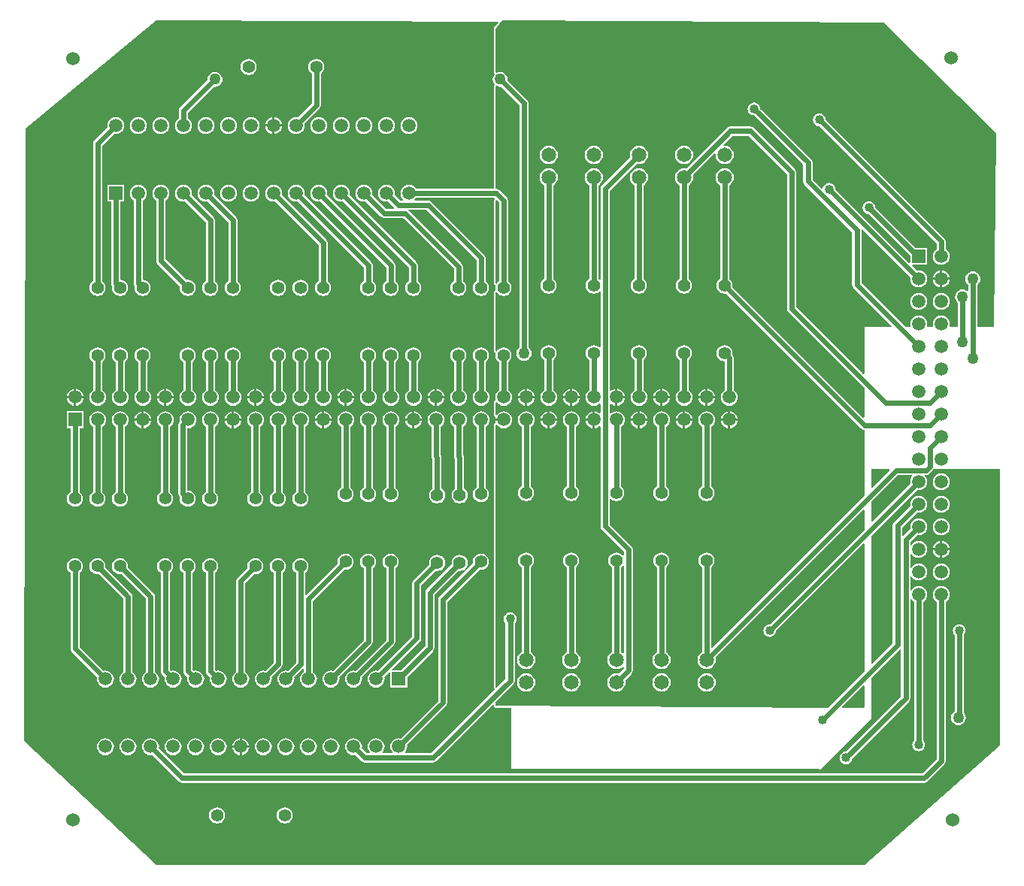
<source format=gtl>
%FSTAX23Y23*%
%MOIN*%
%SFA1B1*%

%IPPOS*%
%ADD10C,0.024000*%
%ADD11C,0.059060*%
%ADD12R,0.059060X0.059060*%
%ADD13R,0.059060X0.059060*%
%ADD14C,0.059060*%
%ADD15C,0.064960*%
%ADD16C,0.060000*%
%ADD17C,0.055120*%
%ADD18R,0.059060X0.059060*%
%ADD19C,0.040000*%
%ADD20C,0.050000*%
%LNtlc5940controlboard-1*%
%LPD*%
G36*
X05845Y07235D02*
X06345Y06745D01*
X06335Y05886*
X0633Y05885*
X0626*
Y06074*
X06263Y06076*
X06268Y06083*
X06272Y06091*
X06273Y061*
X06272Y06108*
X06268Y06116*
X06263Y06123*
X06256Y06128*
X06248Y06132*
X0624Y06133*
X06231Y06132*
X06223Y06128*
X06216Y06123*
X06211Y06116*
X06207Y06108*
X06206Y061*
X06207Y06091*
X06211Y06083*
X06216Y06076*
X06219Y06074*
Y06048*
X06215Y06046*
X06211Y06048*
X06203Y06052*
X06195Y06053*
X06186Y06052*
X06178Y06048*
X06171Y06043*
X06166Y06036*
X06162Y06028*
X06161Y0602*
X06162Y06011*
X06166Y06003*
X06171Y05996*
X06174Y05994*
Y05885*
X06139*
X06136Y05889*
X06136Y0589*
X06137Y059*
X06136Y05909*
X06132Y05918*
X06126Y05926*
X06118Y05932*
X06109Y05936*
X061Y05937*
X0609Y05936*
X06081Y05932*
X06073Y05926*
X06067Y05918*
X06063Y05909*
X06062Y059*
X06063Y0589*
X06063Y05889*
X06061Y05885*
X06039*
X06036Y05889*
X06036Y0589*
X06037Y059*
X06036Y05909*
X06032Y05918*
X06026Y05926*
X06018Y05932*
X06009Y05936*
X06Y05937*
X0599Y05936*
X05981Y05932*
X05973Y05926*
X05967Y05918*
X05963Y05909*
X05962Y059*
X05963Y0589*
X05963Y05889*
X05961Y05885*
X05943*
X05746Y06082*
Y06315*
X05745Y06318*
X0575Y06321*
X05963Y06107*
X05962Y061*
X05963Y0609*
X05967Y06081*
X05973Y06073*
X05981Y06067*
X0599Y06063*
X06Y06062*
X06009Y06063*
X06018Y06067*
X06026Y06073*
X06032Y06081*
X06036Y0609*
X06037Y061*
X06036Y06109*
X06032Y06118*
X06026Y06126*
X06018Y06132*
X06009Y06136*
X06Y06137*
X05992Y06136*
X0597Y06157*
X05972Y06162*
X06037*
Y06237*
X05986*
X05808Y06415*
X05807Y06422*
X05804Y06429*
X05799Y06434*
X05794Y06439*
X05787Y06442*
X0578Y06443*
X05772Y06442*
X05765Y06439*
X0576Y06434*
X05755Y06429*
X05752Y06422*
X05751Y06415*
X05752Y06407*
X05755Y064*
X0576Y06395*
X05765Y0639*
X05772Y06387*
X05779Y06386*
X05962Y06203*
Y06172*
X05957Y0617*
X05631Y06497*
X0563Y06504*
X05627Y06511*
X05622Y06516*
X05617Y06521*
X0561Y06524*
X05603Y06525*
X05595Y06524*
X05588Y06521*
X05583Y06516*
X05578Y06511*
X05575Y06504*
X05575Y065*
X0557Y06499*
X05529Y0654*
Y06615*
X05527Y06622*
X05523Y06629*
X05298Y06854*
X05297Y06861*
X05294Y06868*
X05289Y06873*
X05284Y06878*
X05277Y06881*
X0527Y06882*
X05262Y06881*
X05255Y06878*
X0525Y06873*
X05245Y06868*
X05242Y06861*
X05241Y06854*
X05242Y06846*
X05245Y06839*
X0525Y06834*
X05255Y06829*
X05262Y06826*
X05269Y06825*
X05488Y06606*
Y06532*
X0549Y06524*
X05494Y06517*
X05705Y06306*
Y06074*
X05707Y06066*
X05711Y06059*
X05881Y05889*
X05879Y05885*
X05759*
Y0568*
X05755Y05678*
X05457Y05976*
Y06573*
X05455Y0658*
X05451Y06587*
X05269Y06769*
X05262Y06773*
X05255Y06775*
X05165*
X05157Y06773*
X0515Y06769*
X0497Y06589*
X0497Y06589*
X0496Y0659*
X04949Y06589*
X04939Y06585*
X04931Y06578*
X04924Y0657*
X0492Y0656*
X04919Y0655*
X0492Y06539*
X04924Y06529*
X04931Y06521*
X04939Y06514*
X04939Y06514*
Y06099*
X04934Y06095*
X04928Y06087*
X04925Y06079*
X04924Y0607*
X04925Y0606*
X04928Y06052*
X04934Y06044*
X04942Y06038*
X0495Y06035*
X0496Y06034*
X04969Y06035*
X04977Y06038*
X04985Y06044*
X04991Y06052*
X04994Y0606*
X04995Y0607*
X04994Y06079*
X04991Y06087*
X04985Y06095*
X0498Y06099*
Y06514*
X0498Y06514*
X04988Y06521*
X04995Y06529*
X04999Y06539*
X05Y0655*
X04999Y0656*
X04999Y0656*
X05095Y06656*
X05099Y06654*
X05099Y0665*
X051Y06639*
X05104Y06629*
X05111Y06621*
X05119Y06614*
X05129Y0661*
X0514Y06609*
X0515Y0661*
X0516Y06614*
X05168Y06621*
X05175Y06629*
X05179Y06639*
X0518Y0665*
X05179Y0666*
X05175Y0667*
X05168Y06678*
X0516Y06685*
X0515Y06689*
X0514Y0669*
X05135Y0669*
X05133Y06694*
X05173Y06734*
X05246*
X05416Y06564*
Y05968*
X05418Y0596*
X05422Y05953*
X05759Y05616*
Y05485*
X05755Y05483*
X05175Y06063*
X05175Y0607*
X05174Y06079*
X05171Y06087*
X05165Y06095*
X0516Y06099*
Y06514*
X0516Y06514*
X05168Y06521*
X05175Y06529*
X05179Y06539*
X0518Y0655*
X05179Y0656*
X05175Y0657*
X05168Y06578*
X0516Y06585*
X0515Y06589*
X0514Y0659*
X05129Y06589*
X05119Y06585*
X05111Y06578*
X05104Y0657*
X051Y0656*
X05099Y0655*
X051Y06539*
X05104Y06529*
X05111Y06521*
X05119Y06514*
X05119Y06514*
Y06099*
X05114Y06095*
X05108Y06087*
X05105Y06079*
X05104Y0607*
X05105Y0606*
X05108Y06052*
X05114Y06044*
X05122Y06038*
X0513Y06035*
X0514Y06034*
X05146Y06034*
X05745Y05435*
X05752Y05431*
X05759Y05429*
Y05138*
X05085Y04463*
X0508Y04465*
Y0482*
X05085Y04824*
X05091Y04832*
X05094Y0484*
X05095Y0485*
X05094Y04859*
X05091Y04867*
X05085Y04875*
X05077Y04881*
X05069Y04884*
X0506Y04885*
X0505Y04884*
X05042Y04881*
X05034Y04875*
X05028Y04867*
X05025Y04859*
X05024Y0485*
X05025Y0484*
X05028Y04832*
X05034Y04824*
X05039Y0482*
Y04445*
X05039Y04445*
X05031Y04438*
X05024Y0443*
X0502Y0442*
X05019Y0441*
X0502Y04399*
X05024Y04389*
X05031Y04381*
X05039Y04374*
X05049Y0437*
X0506Y04369*
X0507Y0437*
X0508Y04374*
X05088Y04381*
X05095Y04389*
X05099Y04399*
X051Y0441*
X05099Y0442*
X05099Y0442*
X05755Y05076*
X05759Y05074*
Y04988*
X05339Y04568*
X05332Y04567*
X05325Y04564*
X0532Y04559*
X05315Y04554*
X05312Y04547*
X05311Y0454*
X05312Y04532*
X05315Y04525*
X0532Y0452*
X05325Y04515*
X05332Y04512*
X0534Y04511*
X05347Y04512*
X05354Y04515*
X05359Y0452*
X05364Y04525*
X05367Y04532*
X05368Y04539*
X05755Y04926*
X05759Y04924*
Y04357*
X05598Y04196*
X04125Y04206*
Y04224*
X04203Y04302*
X04207Y04309*
X04209Y04317*
Y04572*
X04213Y04577*
X04216Y04584*
X04217Y04592*
X04216Y04599*
X04213Y04606*
X04208Y04611*
X04203Y04616*
X04196Y04619*
X04189Y0462*
X04181Y04619*
X04174Y04616*
X04169Y04611*
X04164Y04606*
X04161Y04599*
X0416Y04592*
X04161Y04584*
X04164Y04577*
X04168Y04572*
Y04325*
X04129Y04286*
X04125Y04288*
Y05451*
X04129Y05452*
X04133Y05448*
X04141Y05442*
X0415Y05438*
X0416Y05437*
X04169Y05438*
X04178Y05442*
X04186Y05448*
X04192Y05456*
X04196Y05465*
X04197Y05475*
X04196Y05484*
X04192Y05493*
X04186Y05501*
X04178Y05507*
X04169Y05511*
X0416Y05512*
X0415Y05511*
X04141Y05507*
X04133Y05501*
X04129Y05497*
X04125Y05498*
Y05551*
X04129Y05552*
X04133Y05548*
X04141Y05542*
X0415Y05538*
X0416Y05537*
X04169Y05538*
X04178Y05542*
X04186Y05548*
X04192Y05556*
X04196Y05565*
X04197Y05575*
X04196Y05584*
X04192Y05593*
X04186Y05601*
X0418Y05606*
Y0573*
X04185Y05734*
X04191Y05742*
X04194Y0575*
X04195Y0576*
X04194Y05769*
X04191Y05777*
X04185Y05785*
X04177Y05791*
X04169Y05794*
X0416Y05795*
X0415Y05794*
X04142Y05791*
X04134Y05785*
X04129Y05778*
X04125Y0578*
Y06039*
X04129Y06041*
X04134Y06034*
X04142Y06028*
X0415Y06025*
X0416Y06024*
X04169Y06025*
X04177Y06028*
X04185Y06034*
X04191Y06042*
X04194Y0605*
X04195Y0606*
X04194Y06069*
X04191Y06077*
X04185Y06085*
X0418Y06089*
Y06448*
X04178Y06455*
X04174Y06462*
X04142Y06494*
X04135Y06498*
X04128Y065*
X04125*
Y06953*
X04129Y06955*
X04136Y06952*
X04145Y06951*
X04148Y06952*
X04229Y06871*
Y05795*
X04226Y05793*
X04221Y05786*
X04217Y05778*
X04216Y0577*
X04217Y05761*
X04221Y05753*
X04226Y05746*
X04233Y05741*
X04241Y05737*
X0425Y05736*
X04258Y05737*
X04266Y05741*
X04273Y05746*
X04278Y05753*
X04282Y05761*
X04283Y0577*
X04282Y05778*
X04278Y05786*
X04273Y05793*
X0427Y05795*
Y0688*
X04268Y06887*
X04264Y06894*
X04177Y06981*
X04178Y06985*
X04177Y06993*
X04173Y07001*
X04168Y07008*
X04161Y07013*
X04153Y07017*
X04145Y07018*
X04136Y07017*
X04129Y07014*
X04125Y07016*
Y0721*
X0413Y07215*
X04155Y07245*
X05845Y07235*
G37*
G36*
X04134Y0724D02*
X04136Y07235D01*
X04123Y07221*
X04118Y07215*
X04118Y07214*
X04117Y07213*
X04117Y07212*
X04117Y07212*
X04117Y07211*
X04116Y0721*
Y07016*
X04117Y07016*
Y07015*
X04117Y07014*
X04117Y07013*
X04117Y07013*
X04118Y07012*
X04118Y07011*
X04119Y07011*
X04121Y07008*
X04116Y07001*
X04112Y06993*
X04111Y06985*
X04112Y06976*
X04116Y06968*
X04121Y06961*
X04119Y06958*
X04118Y06958*
X04118Y06957*
X04117Y06956*
X04117Y06956*
X04117Y06955*
X04117Y06954*
Y06953*
X04116Y06953*
Y065*
X03771*
X03766Y06506*
X03758Y06512*
X03749Y06516*
X0374Y06517*
X0373Y06516*
X03721Y06512*
X03713Y06506*
X03707Y06498*
X03703Y06489*
X03702Y0648*
X03703Y0647*
X03707Y06461*
X03713Y06453*
X03714Y06452*
X03713Y06447*
X03701*
X03676Y06472*
X03677Y0648*
X03676Y06489*
X03672Y06498*
X03666Y06506*
X03658Y06512*
X03649Y06516*
X0364Y06517*
X0363Y06516*
X03621Y06512*
X03613Y06506*
X03607Y06498*
X03603Y06489*
X03602Y0648*
X03603Y0647*
X03607Y06461*
X03613Y06453*
X03621Y06447*
X0363Y06443*
X0364Y06442*
X03647Y06443*
X03675Y06416*
X03673Y06411*
X03637*
X03576Y06472*
X03577Y0648*
X03576Y06489*
X03572Y06498*
X03566Y06506*
X03558Y06512*
X03549Y06516*
X0354Y06517*
X0353Y06516*
X03521Y06512*
X03513Y06506*
X03507Y06498*
X03503Y06489*
X03502Y0648*
X03503Y0647*
X03507Y06461*
X03513Y06453*
X03521Y06447*
X0353Y06443*
X0354Y06442*
X03547Y06443*
X03614Y06376*
X03621Y06372*
X03629Y0637*
X03714*
X03939Y06145*
Y06089*
X03934Y06085*
X03928Y06077*
X03925Y06069*
X03924Y0606*
X03925Y0605*
X03928Y06042*
X03934Y06034*
X03942Y06028*
X0395Y06025*
X0396Y06024*
X03969Y06025*
X03977Y06028*
X03985Y06034*
X03991Y06042*
X03994Y0605*
X03995Y0606*
X03994Y06069*
X03991Y06077*
X03985Y06085*
X0398Y06089*
Y06154*
X03978Y06161*
X03974Y06168*
X03737Y06405*
X03737Y06406*
X03817*
X04039Y06184*
Y06089*
X04034Y06085*
X04028Y06077*
X04025Y06069*
X04024Y0606*
X04025Y0605*
X04028Y06042*
X04034Y06034*
X04042Y06028*
X0405Y06025*
X0406Y06024*
X04069Y06025*
X04077Y06028*
X04085Y06034*
X04091Y06042*
X04094Y0605*
X04095Y0606*
X04094Y06069*
X04091Y06077*
X04085Y06085*
X0408Y06089*
Y06193*
X04078Y062*
X04074Y06207*
X0384Y06441*
X03833Y06445*
X03826Y06447*
X03766*
X03765Y06452*
X03766Y06453*
X03771Y06459*
X04116*
X0412Y06455*
X04119Y06453*
X04119Y06453*
X04118Y06451*
X04117Y0645*
X04117Y06448*
X04116Y06447*
Y0608*
X04116Y0608*
X04116Y0608*
X04117Y06078*
X04117Y06077*
X04117Y06077*
X04117Y06076*
X04118Y06075*
X04119Y06074*
X04119Y06074*
X04119Y06074*
X0412Y06073*
X04121Y06073*
X04122Y06072*
X04122Y06072*
X04123Y06072*
X04125Y06069*
X04124Y0606*
X04125Y0605*
X04123Y06047*
X04122Y06047*
X04122Y06047*
X04121Y06046*
X0412Y06046*
X04119Y06045*
X04119Y06045*
X04119Y06045*
X04118Y06044*
X04117Y06043*
X04117Y06042*
X04117Y06042*
X04117Y06041*
X04116Y06039*
X04116Y06039*
X04116Y06039*
Y0578*
X04116Y0578*
X04116Y0578*
X04117Y05778*
X04117Y05777*
X04117Y05777*
X04117Y05776*
X04118Y05775*
X04119Y05774*
X04119Y05774*
X04119Y05774*
X0412Y05773*
X04121Y05773*
X04122Y05772*
X04122Y05772*
X04123Y05772*
X04125Y05769*
X04124Y0576*
X04125Y0575*
X04128Y05742*
X04134Y05734*
X04139Y0573*
Y05606*
X04133Y05601*
X04127Y05593*
X04123Y05584*
X04122Y05575*
X04123Y05565*
X04124Y05563*
X04121Y05558*
X04121Y05558*
X0412Y05557*
X04119Y05557*
X04119Y05557*
X04119Y05556*
X04118Y05555*
X04117Y05554*
X04117Y05554*
X04117Y05554*
X04117Y05553*
X04116Y05551*
X04116Y05551*
X04116Y05551*
Y05498*
X04116Y05498*
X04116Y05498*
X04117Y05496*
X04117Y05495*
X04117Y05495*
X04117Y05495*
X04118Y05494*
X04119Y05493*
X04119Y05492*
X04119Y05492*
X0412Y05492*
X04121Y05491*
X04121Y05491*
X04124Y05486*
X04123Y05484*
X04122Y0548*
X0416*
Y0547*
X04122*
X04123Y05465*
X04124Y05463*
X04121Y05458*
X04121Y05458*
X0412Y05457*
X04119Y05457*
X04119Y05457*
X04119Y05456*
X04118Y05455*
X04117Y05454*
X04117Y05454*
X04117Y05454*
X04117Y05453*
X04116Y05451*
X04116Y05451*
X04116Y05451*
Y04288*
X04117Y04286*
X04117Y04285*
X04118Y04283*
X04119Y04282*
X04119Y04282*
X0412Y0428*
X04112Y04269*
X03838Y03995*
X03725*
X03723Y03999*
X03727Y04006*
X03731Y04015*
X03732Y04025*
X03731Y04032*
X03904Y04205*
X03907Y04209*
X03908Y04212*
X0391Y0422*
Y04666*
X04053Y04809*
X0406Y04809*
X04069Y0481*
X04077Y04813*
X04085Y04819*
X04091Y04827*
X04094Y04835*
X04095Y04845*
X04094Y04854*
X04091Y04862*
X04085Y0487*
X04077Y04876*
X04069Y04879*
X0406Y0488*
X0405Y04879*
X04042Y04876*
X04034Y0487*
X04028Y04862*
X04025Y04854*
X04024Y04845*
X04024Y04838*
X03875Y04689*
X03871Y04682*
X03869Y04675*
Y04228*
X03702Y04061*
X03695Y04062*
X03685Y04061*
X03676Y04057*
X03668Y04051*
X03662Y04043*
X03658Y04034*
X03657Y04025*
X03658Y04015*
X03662Y04006*
X03666Y03999*
X03664Y03995*
X03625*
X03623Y03999*
X03627Y04006*
X03631Y04015*
X03632Y04025*
X03631Y04034*
X03627Y04043*
X03621Y04051*
X03613Y04057*
X03604Y04061*
X03595Y04062*
X03585Y04061*
X03576Y04057*
X03568Y04051*
X03562Y04043*
X03558Y04034*
X03557Y04025*
X03558Y04015*
X03562Y04006*
X03566Y03999*
X03564Y03995*
X03553*
X03531Y04017*
X03532Y04025*
X03531Y04034*
X03527Y04043*
X03521Y04051*
X03513Y04057*
X03504Y04061*
X03495Y04062*
X03485Y04061*
X03476Y04057*
X03468Y04051*
X03462Y04043*
X03458Y04034*
X03457Y04025*
X03458Y04015*
X03462Y04006*
X03468Y03998*
X03476Y03992*
X03485Y03988*
X03495Y03987*
X03502Y03988*
X0353Y0396*
X03537Y03956*
X03545Y03954*
X03847*
X03854Y03956*
X03861Y0396*
X04112Y04211*
X04116Y04209*
Y04206*
X04117Y04205*
X04117Y04203*
X04117Y04203*
Y04203*
X04118Y04202*
X04119Y042*
X04119Y042*
X04119Y042*
X0412Y042*
X04121Y04199*
X04121Y04199*
X04121Y04199*
X04123Y04198*
X04124Y04198*
X04195Y04198*
Y03925*
X05556*
X0556Y03921*
X0579Y04151*
Y0433*
X05916Y04457*
X05921Y04455*
Y04247*
X05677Y04003*
X0567Y04002*
X05663Y03999*
X05658Y03994*
X05653Y03989*
X0565Y03982*
X05649Y03975*
X0565Y03967*
X05653Y0396*
X05658Y03955*
X05663Y0395*
X0567Y03947*
X05678Y03946*
X05685Y03947*
X05692Y0395*
X05697Y03955*
X05702Y0396*
X05705Y03967*
X05706Y03974*
X05956Y04224*
X0596Y04231*
X05962Y04239*
Y04679*
X05967Y04681*
X05973Y04673*
X05979Y04668*
Y04052*
X05975Y04047*
X05972Y0404*
X05971Y04033*
X05972Y04025*
X05975Y04018*
X0598Y04013*
X05985Y04008*
X05992Y04005*
X06Y04004*
X06007Y04005*
X06014Y04008*
X06019Y04013*
X06024Y04018*
X06027Y04025*
X06028Y04033*
X06027Y0404*
X06024Y04047*
X0602Y04052*
Y04668*
X06026Y04673*
X06032Y04681*
X06036Y0469*
X06037Y047*
X06036Y04709*
X06032Y04718*
X06026Y04726*
X06018Y04732*
X06009Y04736*
X06Y04737*
X0599Y04736*
X05981Y04732*
X05973Y04726*
X05967Y04718*
X05962Y0472*
Y04779*
X05967Y04781*
X05973Y04773*
X05981Y04767*
X0599Y04763*
X06Y04762*
X06009Y04763*
X06018Y04767*
X06026Y04773*
X06032Y04781*
X06036Y0479*
X06037Y048*
X06036Y04809*
X06032Y04818*
X06026Y04826*
X06018Y04832*
X06009Y04836*
X06Y04837*
X0599Y04836*
X05981Y04832*
X05973Y04826*
X05967Y04818*
X05962Y0482*
Y04879*
X05967Y04881*
X05973Y04873*
X05981Y04867*
X0599Y04863*
X06Y04862*
X06009Y04863*
X06018Y04867*
X06026Y04873*
X06032Y04881*
X06036Y0489*
X06037Y049*
X06036Y04909*
X06032Y04918*
X06026Y04926*
X06018Y04932*
X06009Y04936*
X06Y04937*
X0599Y04936*
X05981Y04932*
X05973Y04926*
X05967Y04918*
X05962Y0492*
Y04933*
X05992Y04963*
X06Y04962*
X06009Y04963*
X06018Y04967*
X06026Y04973*
X06032Y04981*
X06036Y0499*
X06037Y05*
X06036Y05009*
X06032Y05018*
X06026Y05026*
X06018Y05032*
X06009Y05036*
X06Y05037*
X0599Y05036*
X05981Y05032*
X05973Y05026*
X05967Y05018*
X05963Y05009*
X05962Y05*
X05963Y04992*
X05931Y04959*
X05926Y04961*
Y04997*
X05992Y05063*
X06Y05062*
X06009Y05063*
X06018Y05067*
X06026Y05073*
X06032Y05081*
X06036Y0509*
X06037Y051*
X06036Y05109*
X06032Y05118*
X06026Y05126*
X06018Y05132*
X06009Y05136*
X06Y05137*
X0599Y05136*
X05981Y05132*
X05973Y05126*
X05967Y05118*
X05963Y05109*
X05962Y051*
X05963Y05092*
X05891Y0502*
X05887Y05013*
X05885Y05006*
Y04483*
X05794Y04392*
X0579Y04394*
Y04961*
X05992Y05163*
X06Y05162*
X06009Y05163*
X06018Y05167*
X06026Y05173*
X06032Y05181*
X06036Y0519*
X06037Y052*
X06036Y05209*
X06032Y05218*
X06026Y05226*
X06027Y05229*
X06032*
X06039Y05231*
X06046Y05235*
X06064Y05253*
X06065Y05255*
X0636*
Y0403*
X0576Y035*
X0262*
X02035Y0405*
X0204Y06765*
X0262Y07245*
X04134Y0724*
G37*
G36*
X05971Y05225D02*
X05967Y05218D01*
X05963Y05209*
X05962Y052*
X05963Y05192*
X05794Y05023*
X0579Y05025*
Y05111*
X05908Y05229*
X05969*
X05971Y05225*
G37*
G36*
X05871Y0525D02*
X05794Y05173D01*
X0579Y05175*
Y05255*
X05869*
X05871Y0525*
G37*
G36*
X05759Y04293D02*
Y042D01*
X05755Y04195*
X05662Y04195*
X0566Y042*
X05755Y04295*
X05759Y04293*
G37*
G36*
X04139Y06439D02*
Y06089D01*
X04134Y06085*
X04129Y06078*
X04125Y0608*
Y06447*
X04129Y06449*
X04139Y06439*
G37*
%LNtlc5940controlboard-2*%
%LPC*%
G36*
X02555Y0547D02*
X02522D01*
X02523Y05465*
X02527Y05456*
X02533Y05448*
X02541Y05442*
X0255Y05438*
X02555Y05437*
Y0547*
G37*
G36*
X02597D02*
X02565D01*
Y05437*
X02569Y05438*
X02578Y05442*
X02586Y05448*
X02592Y05456*
X02596Y05465*
X02597Y0547*
G37*
G36*
X061Y05237D02*
X0609Y05236D01*
X06081Y05232*
X06073Y05226*
X06067Y05218*
X06063Y05209*
X06062Y052*
X06063Y0519*
X06067Y05181*
X06073Y05173*
X06081Y05167*
X0609Y05163*
X061Y05162*
X06109Y05163*
X06118Y05167*
X06126Y05173*
X06132Y05181*
X06136Y0519*
X06137Y052*
X06136Y05209*
X06132Y05218*
X06126Y05226*
X06118Y05232*
X06109Y05236*
X061Y05237*
G37*
G36*
X03797Y0547D02*
X03765D01*
Y05437*
X03769Y05438*
X03778Y05442*
X03786Y05448*
X03792Y05456*
X03796Y05465*
X03797Y0547*
G37*
G36*
X02997D02*
X02965D01*
Y05437*
X02969Y05438*
X02978Y05442*
X02986Y05448*
X02992Y05456*
X02996Y05465*
X02997Y0547*
G37*
G36*
X03355D02*
X03322D01*
X03323Y05465*
X03327Y05456*
X03333Y05448*
X03341Y05442*
X0335Y05438*
X03355Y05437*
Y0547*
G37*
G36*
X03397D02*
X03365D01*
Y05437*
X03369Y05438*
X03378Y05442*
X03386Y05448*
X03392Y05456*
X03396Y05465*
X03397Y0547*
G37*
G36*
X02955D02*
X02922D01*
X02923Y05465*
X02927Y05456*
X02933Y05448*
X02941Y05442*
X0295Y05438*
X02955Y05437*
Y0547*
G37*
G36*
X03755D02*
X03722D01*
X03723Y05465*
X03727Y05456*
X03733Y05448*
X03741Y05442*
X0375Y05438*
X03755Y05437*
Y0547*
G37*
G36*
X0386Y05512D02*
X0385Y05511D01*
X03841Y05507*
X03833Y05501*
X03827Y05493*
X03823Y05484*
X03822Y05475*
X03823Y05465*
X03827Y05456*
X03833Y05448*
X03839Y05443*
Y05313*
X03841Y05305*
X03844Y053*
Y05169*
X03839Y05165*
X03833Y05157*
X0383Y05149*
X03829Y0514*
X0383Y0513*
X03833Y05122*
X03839Y05114*
X03847Y05108*
X03855Y05105*
X03865Y05104*
X03874Y05105*
X03882Y05108*
X0389Y05114*
X03896Y05122*
X03899Y0513*
X039Y0514*
X03899Y05149*
X03896Y05157*
X0389Y05165*
X03885Y05169*
Y05308*
X03883Y05315*
X0388Y0532*
Y05443*
X03886Y05448*
X03892Y05456*
X03896Y05465*
X03897Y05475*
X03896Y05484*
X03892Y05493*
X03886Y05501*
X03878Y05507*
X03869Y05511*
X0386Y05512*
G37*
G36*
X0396D02*
X0395Y05511D01*
X03941Y05507*
X03933Y05501*
X03927Y05493*
X03923Y05484*
X03922Y05475*
X03923Y05465*
X03927Y05456*
X03933Y05448*
X03939Y05443*
Y05313*
X03941Y05305*
X03944Y053*
Y05169*
X03939Y05165*
X03933Y05157*
X0393Y05149*
X03929Y0514*
X0393Y0513*
X03933Y05122*
X03939Y05114*
X03947Y05108*
X03955Y05105*
X03965Y05104*
X03974Y05105*
X03982Y05108*
X0399Y05114*
X03996Y05122*
X03999Y0513*
X04Y0514*
X03999Y05149*
X03996Y05157*
X0399Y05165*
X03985Y05169*
Y05308*
X03983Y05315*
X0398Y0532*
Y05443*
X03986Y05448*
X03992Y05456*
X03996Y05465*
X03997Y05475*
X03996Y05484*
X03992Y05493*
X03986Y05501*
X03978Y05507*
X03969Y05511*
X0396Y05512*
G37*
G36*
X0346D02*
X0345Y05511D01*
X03441Y05507*
X03433Y05501*
X03427Y05493*
X03423Y05484*
X03422Y05475*
X03423Y05465*
X03427Y05456*
X03433Y05448*
X03439Y05443*
Y05174*
X03434Y0517*
X03428Y05162*
X03425Y05154*
X03424Y05145*
X03425Y05135*
X03428Y05127*
X03434Y05119*
X03442Y05113*
X0345Y0511*
X0346Y05109*
X03469Y0511*
X03477Y05113*
X03485Y05119*
X03491Y05127*
X03494Y05135*
X03495Y05145*
X03494Y05154*
X03491Y05162*
X03485Y0517*
X0348Y05174*
Y05443*
X03486Y05448*
X03492Y05456*
X03496Y05465*
X03497Y05475*
X03496Y05484*
X03492Y05493*
X03486Y05501*
X03478Y05507*
X03469Y05511*
X0346Y05512*
G37*
G36*
X0306D02*
X0305Y05511D01*
X03041Y05507*
X03033Y05501*
X03027Y05493*
X03023Y05484*
X03022Y05475*
X03023Y05465*
X03027Y05456*
X03033Y05448*
X03039Y05443*
Y05154*
X03034Y0515*
X03028Y05142*
X03025Y05134*
X03024Y05125*
X03025Y05115*
X03028Y05107*
X03034Y05099*
X03042Y05093*
X0305Y0509*
X0306Y05089*
X03069Y0509*
X03077Y05093*
X03085Y05099*
X03091Y05107*
X03094Y05115*
X03095Y05125*
X03094Y05134*
X03091Y05142*
X03085Y0515*
X0308Y05154*
Y05443*
X03086Y05448*
X03092Y05456*
X03096Y05465*
X03097Y05475*
X03096Y05484*
X03092Y05493*
X03086Y05501*
X03078Y05507*
X03069Y05511*
X0306Y05512*
G37*
G36*
X0316D02*
X0315Y05511D01*
X03141Y05507*
X03133Y05501*
X03127Y05493*
X03123Y05484*
X03122Y05475*
X03123Y05465*
X03127Y05456*
X03133Y05448*
X03139Y05443*
Y05154*
X03134Y0515*
X03128Y05142*
X03125Y05134*
X03124Y05125*
X03125Y05115*
X03128Y05107*
X03134Y05099*
X03142Y05093*
X0315Y0509*
X0316Y05089*
X03169Y0509*
X03177Y05093*
X03185Y05099*
X03191Y05107*
X03194Y05115*
X03195Y05125*
X03194Y05134*
X03191Y05142*
X03185Y0515*
X0318Y05154*
Y05443*
X03186Y05448*
X03192Y05456*
X03196Y05465*
X03197Y05475*
X03196Y05484*
X03192Y05493*
X03186Y05501*
X03178Y05507*
X03169Y05511*
X0316Y05512*
G37*
G36*
X0326D02*
X0325Y05511D01*
X03241Y05507*
X03233Y05501*
X03227Y05493*
X03223Y05484*
X03222Y05475*
X03223Y05465*
X03227Y05456*
X03233Y05448*
X03239Y05443*
Y05154*
X03234Y0515*
X03228Y05142*
X03225Y05134*
X03224Y05125*
X03225Y05115*
X03228Y05107*
X03234Y05099*
X03242Y05093*
X0325Y0509*
X0326Y05089*
X03269Y0509*
X03277Y05093*
X03285Y05099*
X03291Y05107*
X03294Y05115*
X03295Y05125*
X03294Y05134*
X03291Y05142*
X03285Y0515*
X0328Y05154*
Y05443*
X03286Y05448*
X03292Y05456*
X03296Y05465*
X03297Y05475*
X03296Y05484*
X03292Y05493*
X03286Y05501*
X03278Y05507*
X03269Y05511*
X0326Y05512*
G37*
G36*
X0356D02*
X0355Y05511D01*
X03541Y05507*
X03533Y05501*
X03527Y05493*
X03523Y05484*
X03522Y05475*
X03523Y05465*
X03527Y05456*
X03533Y05448*
X03539Y05443*
Y05174*
X03534Y0517*
X03528Y05162*
X03525Y05154*
X03524Y05145*
X03525Y05135*
X03528Y05127*
X03534Y05119*
X03542Y05113*
X0355Y0511*
X0356Y05109*
X03569Y0511*
X03577Y05113*
X03585Y05119*
X03591Y05127*
X03594Y05135*
X03595Y05145*
X03594Y05154*
X03591Y05162*
X03585Y0517*
X0358Y05174*
Y05443*
X03586Y05448*
X03592Y05456*
X03596Y05465*
X03597Y05475*
X03596Y05484*
X03592Y05493*
X03586Y05501*
X03578Y05507*
X03569Y05511*
X0356Y05512*
G37*
G36*
X0446D02*
X0445Y05511D01*
X04441Y05507*
X04433Y05501*
X04427Y05493*
X04423Y05484*
X04422Y05475*
X04423Y05465*
X04427Y05456*
X04433Y05448*
X04439Y05443*
Y05179*
X04434Y05175*
X04428Y05167*
X04425Y05159*
X04424Y0515*
X04425Y0514*
X04428Y05132*
X04434Y05124*
X04442Y05118*
X0445Y05115*
X0446Y05114*
X04469Y05115*
X04477Y05118*
X04485Y05124*
X04491Y05132*
X04494Y0514*
X04495Y0515*
X04494Y05159*
X04491Y05167*
X04485Y05175*
X0448Y05179*
Y05443*
X04486Y05448*
X04492Y05456*
X04496Y05465*
X04497Y05475*
X04496Y05484*
X04492Y05493*
X04486Y05501*
X04478Y05507*
X04469Y05511*
X0446Y05512*
G37*
G36*
X0486D02*
X0485Y05511D01*
X04841Y05507*
X04833Y05501*
X04827Y05493*
X04823Y05484*
X04822Y05475*
X04823Y05465*
X04827Y05456*
X04833Y05448*
X04839Y05443*
Y05179*
X04834Y05175*
X04828Y05167*
X04825Y05159*
X04824Y0515*
X04825Y0514*
X04828Y05132*
X04834Y05124*
X04842Y05118*
X0485Y05115*
X0486Y05114*
X04869Y05115*
X04877Y05118*
X04885Y05124*
X04891Y05132*
X04894Y0514*
X04895Y0515*
X04894Y05159*
X04891Y05167*
X04885Y05175*
X0488Y05179*
Y05443*
X04886Y05448*
X04892Y05456*
X04896Y05465*
X04897Y05475*
X04896Y05484*
X04892Y05493*
X04886Y05501*
X04878Y05507*
X04869Y05511*
X0486Y05512*
G37*
G36*
X0506D02*
X0505Y05511D01*
X05041Y05507*
X05033Y05501*
X05027Y05493*
X05023Y05484*
X05022Y05475*
X05023Y05465*
X05027Y05456*
X05033Y05448*
X05039Y05443*
Y05179*
X05034Y05175*
X05028Y05167*
X05025Y05159*
X05024Y0515*
X05025Y0514*
X05028Y05132*
X05034Y05124*
X05042Y05118*
X0505Y05115*
X0506Y05114*
X05069Y05115*
X05077Y05118*
X05085Y05124*
X05091Y05132*
X05094Y0514*
X05095Y0515*
X05094Y05159*
X05091Y05167*
X05085Y05175*
X0508Y05179*
Y05443*
X05086Y05448*
X05092Y05456*
X05096Y05465*
X05097Y05475*
X05096Y05484*
X05092Y05493*
X05086Y05501*
X05078Y05507*
X05069Y05511*
X0506Y05512*
G37*
G36*
X0366D02*
X0365Y05511D01*
X03641Y05507*
X03633Y05501*
X03627Y05493*
X03623Y05484*
X03622Y05475*
X03623Y05465*
X03627Y05456*
X03633Y05448*
X03639Y05443*
Y05174*
X03634Y0517*
X03628Y05162*
X03625Y05154*
X03624Y05145*
X03625Y05135*
X03628Y05127*
X03634Y05119*
X03642Y05113*
X0365Y0511*
X0366Y05109*
X03669Y0511*
X03677Y05113*
X03685Y05119*
X03691Y05127*
X03694Y05135*
X03695Y05145*
X03694Y05154*
X03691Y05162*
X03685Y0517*
X0368Y05174*
Y05443*
X03686Y05448*
X03692Y05456*
X03696Y05465*
X03697Y05475*
X03696Y05484*
X03692Y05493*
X03686Y05501*
X03678Y05507*
X03669Y05511*
X0366Y05512*
G37*
G36*
X0406D02*
X0405Y05511D01*
X04041Y05507*
X04033Y05501*
X04027Y05493*
X04023Y05484*
X04022Y05475*
X04023Y05465*
X04027Y05456*
X04033Y05448*
X04039Y05443*
Y05174*
X04034Y0517*
X04028Y05162*
X04025Y05154*
X04024Y05145*
X04025Y05135*
X04028Y05127*
X04034Y05119*
X04042Y05113*
X0405Y0511*
X0406Y05109*
X04069Y0511*
X04077Y05113*
X04085Y05119*
X04091Y05127*
X04094Y05135*
X04095Y05145*
X04094Y05154*
X04091Y05162*
X04085Y0517*
X0408Y05174*
Y05443*
X04086Y05448*
X04092Y05456*
X04096Y05465*
X04097Y05475*
X04096Y05484*
X04092Y05493*
X04086Y05501*
X04078Y05507*
X04069Y05511*
X0406Y05512*
G37*
G36*
X0426D02*
X0425Y05511D01*
X04241Y05507*
X04233Y05501*
X04227Y05493*
X04223Y05484*
X04222Y05475*
X04223Y05465*
X04227Y05456*
X04233Y05448*
X04239Y05443*
Y05179*
X04234Y05175*
X04228Y05167*
X04225Y05159*
X04224Y0515*
X04225Y0514*
X04228Y05132*
X04234Y05124*
X04242Y05118*
X0425Y05115*
X0426Y05114*
X04269Y05115*
X04277Y05118*
X04285Y05124*
X04291Y05132*
X04294Y0514*
X04295Y0515*
X04294Y05159*
X04291Y05167*
X04285Y05175*
X0428Y05179*
Y05443*
X04286Y05448*
X04292Y05456*
X04296Y05465*
X04297Y05475*
X04296Y05484*
X04292Y05493*
X04286Y05501*
X04278Y05507*
X04269Y05511*
X0426Y05512*
G37*
G36*
X03765Y05512D02*
Y0548D01*
X03797*
X03796Y05484*
X03792Y05493*
X03786Y05501*
X03778Y05507*
X03769Y05511*
X03765Y05512*
G37*
G36*
X04355D02*
X0435Y05511D01*
X04341Y05507*
X04333Y05501*
X04327Y05493*
X04323Y05484*
X04322Y0548*
X04355*
Y05512*
G37*
G36*
X04365D02*
Y0548D01*
X04397*
X04396Y05484*
X04392Y05493*
X04386Y05501*
X04378Y05507*
X04369Y05511*
X04365Y05512*
G37*
G36*
X03355D02*
X0335Y05511D01*
X03341Y05507*
X03333Y05501*
X03327Y05493*
X03323Y05484*
X03322Y0548*
X03355*
Y05512*
G37*
G36*
X03365D02*
Y0548D01*
X03397*
X03396Y05484*
X03392Y05493*
X03386Y05501*
X03378Y05507*
X03369Y05511*
X03365Y05512*
G37*
G36*
X03755D02*
X0375Y05511D01*
X03741Y05507*
X03733Y05501*
X03727Y05493*
X03723Y05484*
X03722Y0548*
X03755*
Y05512*
G37*
G36*
X04555D02*
X0455Y05511D01*
X04541Y05507*
X04533Y05501*
X04527Y05493*
X04523Y05484*
X04522Y0548*
X04555*
Y05512*
G37*
G36*
X04965D02*
Y0548D01*
X04997*
X04996Y05484*
X04992Y05493*
X04986Y05501*
X04978Y05507*
X04969Y05511*
X04965Y05512*
G37*
G36*
X05155D02*
X0515Y05511D01*
X05141Y05507*
X05133Y05501*
X05127Y05493*
X05123Y05484*
X05122Y0548*
X05155*
Y05512*
G37*
G36*
X05165D02*
Y0548D01*
X05197*
X05196Y05484*
X05192Y05493*
X05186Y05501*
X05178Y05507*
X05169Y05511*
X05165Y05512*
G37*
G36*
X04755D02*
X0475Y05511D01*
X04741Y05507*
X04733Y05501*
X04727Y05493*
X04723Y05484*
X04722Y0548*
X04755*
Y05512*
G37*
G36*
X04765D02*
Y0548D01*
X04797*
X04796Y05484*
X04792Y05493*
X04786Y05501*
X04778Y05507*
X04769Y05511*
X04765Y05512*
G37*
G36*
X04955D02*
X0495Y05511D01*
X04941Y05507*
X04933Y05501*
X04927Y05493*
X04923Y05484*
X04922Y0548*
X04955*
Y05512*
G37*
G36*
X04755Y0547D02*
X04722D01*
X04723Y05465*
X04727Y05456*
X04733Y05448*
X04741Y05442*
X0475Y05438*
X04755Y05437*
Y0547*
G37*
G36*
X04797D02*
X04765D01*
Y05437*
X04769Y05438*
X04778Y05442*
X04786Y05448*
X04792Y05456*
X04796Y05465*
X04797Y0547*
G37*
G36*
X04955D02*
X04922D01*
X04923Y05465*
X04927Y05456*
X04933Y05448*
X04941Y05442*
X0495Y05438*
X04955Y05437*
Y0547*
G37*
G36*
X04355D02*
X04322D01*
X04323Y05465*
X04327Y05456*
X04333Y05448*
X04341Y05442*
X0435Y05438*
X04355Y05437*
Y0547*
G37*
G36*
X04397D02*
X04365D01*
Y05437*
X04369Y05438*
X04378Y05442*
X04386Y05448*
X04392Y05456*
X04396Y05465*
X04397Y0547*
G37*
G36*
X04555D02*
X04522D01*
X04523Y05465*
X04527Y05456*
X04533Y05448*
X04541Y05442*
X0455Y05438*
X04555Y05437*
Y0547*
G37*
G36*
X04997D02*
X04965D01*
Y05437*
X04969Y05438*
X04978Y05442*
X04986Y05448*
X04992Y05456*
X04996Y05465*
X04997Y0547*
G37*
G36*
X02565Y05512D02*
Y0548D01*
X02597*
X02596Y05484*
X02592Y05493*
X02586Y05501*
X02578Y05507*
X02569Y05511*
X02565Y05512*
G37*
G36*
X02955D02*
X0295Y05511D01*
X02941Y05507*
X02933Y05501*
X02927Y05493*
X02923Y05484*
X02922Y0548*
X02955*
Y05512*
G37*
G36*
X02965D02*
Y0548D01*
X02997*
X02996Y05484*
X02992Y05493*
X02986Y05501*
X02978Y05507*
X02969Y05511*
X02965Y05512*
G37*
G36*
X05155Y0547D02*
X05122D01*
X05123Y05465*
X05127Y05456*
X05133Y05448*
X05141Y05442*
X0515Y05438*
X05155Y05437*
Y0547*
G37*
G36*
X05197D02*
X05165D01*
Y05437*
X05169Y05438*
X05178Y05442*
X05186Y05448*
X05192Y05456*
X05196Y05465*
X05197Y0547*
G37*
G36*
X02555Y05512D02*
X0255Y05511D01*
X02541Y05507*
X02533Y05501*
X02527Y05493*
X02523Y05484*
X02522Y0548*
X02555*
Y05512*
G37*
G36*
X03Y04062D02*
Y0403D01*
X03032*
X03031Y04034*
X03027Y04043*
X03021Y04051*
X03013Y04057*
X03004Y04061*
X03Y04062*
G37*
G36*
X0618Y04568D02*
X06172Y04567D01*
X06165Y04564*
X0616Y04559*
X06155Y04554*
X06152Y04547*
X06151Y0454*
X06152Y04532*
X06155Y04525*
X06159Y0452*
Y04182*
X06159Y04182*
X06152Y04177*
X06147Y0417*
X06143Y04162*
X06142Y04154*
X06143Y04145*
X06147Y04137*
X06152Y0413*
X06159Y04125*
X06167Y04121*
X06176Y0412*
X06184Y04121*
X06192Y04125*
X06199Y0413*
X06204Y04137*
X06208Y04145*
X06209Y04154*
X06208Y04162*
X06204Y0417*
X062Y04176*
Y0452*
X06204Y04525*
X06207Y04532*
X06208Y0454*
X06207Y04547*
X06204Y04554*
X06199Y04559*
X06194Y04564*
X06187Y04567*
X0618Y04568*
G37*
G36*
X0426Y0435D02*
X04249Y04349D01*
X04239Y04345*
X04231Y04338*
X04224Y0433*
X0422Y0432*
X04219Y0431*
X0422Y04299*
X04224Y04289*
X04231Y04281*
X04239Y04274*
X04249Y0427*
X0426Y04269*
X0427Y0427*
X0428Y04274*
X04288Y04281*
X04295Y04289*
X04299Y04299*
X043Y0431*
X04299Y0432*
X04295Y0433*
X04288Y04338*
X0428Y04345*
X0427Y04349*
X0426Y0435*
G37*
G36*
X0299Y0402D02*
X02957D01*
X02958Y04015*
X02962Y04006*
X02968Y03998*
X02976Y03992*
X02985Y03988*
X0299Y03987*
Y0402*
G37*
G36*
X03032D02*
X03D01*
Y03987*
X03004Y03988*
X03013Y03992*
X03021Y03998*
X03027Y04006*
X03031Y04015*
X03032Y0402*
G37*
G36*
X0299Y04062D02*
X02985Y04061D01*
X02976Y04057*
X02968Y04051*
X02962Y04043*
X02958Y04034*
X02957Y0403*
X0299*
Y04062*
G37*
G36*
X0226Y0486D02*
X0225Y04859D01*
X02242Y04856*
X02234Y0485*
X02228Y04842*
X02225Y04834*
X02224Y04825*
X02225Y04815*
X02228Y04807*
X02234Y04799*
X02239Y04795*
Y0446*
X02241Y04452*
X02245Y04445*
X02358Y04332*
X02357Y04325*
X02358Y04315*
X02362Y04306*
X02368Y04298*
X02376Y04292*
X02385Y04288*
X02395Y04287*
X02404Y04288*
X02413Y04292*
X02421Y04298*
X02427Y04306*
X02431Y04315*
X02432Y04325*
X02431Y04334*
X02427Y04343*
X02421Y04351*
X02413Y04357*
X02404Y04361*
X02395Y04362*
X02387Y04361*
X0228Y04468*
Y04795*
X02285Y04799*
X02291Y04807*
X02294Y04815*
X02295Y04825*
X02294Y04834*
X02291Y04842*
X02285Y0485*
X02277Y04856*
X02269Y04859*
X0226Y0486*
G37*
G36*
X0236D02*
X0235Y04859D01*
X02342Y04856*
X02334Y0485*
X02328Y04842*
X02325Y04834*
X02324Y04825*
X02325Y04815*
X02328Y04807*
X02334Y04799*
X02342Y04793*
X0235Y0479*
X0236Y04789*
X02366Y04789*
X02474Y04681*
Y04356*
X02468Y04351*
X02462Y04343*
X02458Y04334*
X02457Y04325*
X02458Y04315*
X02462Y04306*
X02468Y04298*
X02476Y04292*
X02485Y04288*
X02495Y04287*
X02504Y04288*
X02513Y04292*
X02521Y04298*
X02527Y04306*
X02531Y04315*
X02532Y04325*
X02531Y04334*
X02527Y04343*
X02521Y04351*
X02515Y04356*
Y0469*
X02513Y04697*
X02509Y04704*
X02395Y04818*
X02395Y04825*
X02394Y04834*
X02391Y04842*
X02385Y0485*
X02377Y04856*
X02369Y04859*
X0236Y0486*
G37*
G36*
X0246D02*
X0245Y04859D01*
X02442Y04856*
X02434Y0485*
X02428Y04842*
X02425Y04834*
X02424Y04825*
X02425Y04815*
X02428Y04807*
X02434Y04799*
X02442Y04793*
X0245Y0479*
X0246Y04789*
X02466Y04789*
X02574Y04681*
Y04356*
X02568Y04351*
X02562Y04343*
X02558Y04334*
X02557Y04325*
X02558Y04315*
X02562Y04306*
X02568Y04298*
X02576Y04292*
X02585Y04288*
X02595Y04287*
X02604Y04288*
X02613Y04292*
X02621Y04298*
X02627Y04306*
X02631Y04315*
X02632Y04325*
X02631Y04334*
X02627Y04343*
X02621Y04351*
X02615Y04356*
Y0469*
X02613Y04697*
X02609Y04704*
X02495Y04818*
X02495Y04825*
X02494Y04834*
X02491Y04842*
X02485Y0485*
X02477Y04856*
X02469Y04859*
X0246Y0486*
G37*
G36*
X0446Y0435D02*
X04449Y04349D01*
X04439Y04345*
X04431Y04338*
X04424Y0433*
X0442Y0432*
X04419Y0431*
X0442Y04299*
X04424Y04289*
X04431Y04281*
X04439Y04274*
X04449Y0427*
X0446Y04269*
X0447Y0427*
X0448Y04274*
X04488Y04281*
X04495Y04289*
X04499Y04299*
X045Y0431*
X04499Y0432*
X04495Y0433*
X04488Y04338*
X0448Y04345*
X0447Y04349*
X0446Y0435*
G37*
G36*
X0486D02*
X04849Y04349D01*
X04839Y04345*
X04831Y04338*
X04824Y0433*
X0482Y0432*
X04819Y0431*
X0482Y04299*
X04824Y04289*
X04831Y04281*
X04839Y04274*
X04849Y0427*
X0486Y04269*
X0487Y0427*
X0488Y04274*
X04888Y04281*
X04895Y04289*
X04899Y04299*
X049Y0431*
X04899Y0432*
X04895Y0433*
X04888Y04338*
X0488Y04345*
X0487Y04349*
X0486Y0435*
G37*
G36*
X0506D02*
X05049Y04349D01*
X05039Y04345*
X05031Y04338*
X05024Y0433*
X0502Y0432*
X05019Y0431*
X0502Y04299*
X05024Y04289*
X05031Y04281*
X05039Y04274*
X05049Y0427*
X0506Y04269*
X0507Y0427*
X0508Y04274*
X05088Y04281*
X05095Y04289*
X05099Y04299*
X051Y0431*
X05099Y0432*
X05095Y0433*
X05088Y04338*
X0508Y04345*
X0507Y04349*
X0506Y0435*
G37*
G36*
X02395Y04062D02*
X02385Y04061D01*
X02376Y04057*
X02368Y04051*
X02362Y04043*
X02358Y04034*
X02357Y04025*
X02358Y04015*
X02362Y04006*
X02368Y03998*
X02376Y03992*
X02385Y03988*
X02395Y03987*
X02404Y03988*
X02413Y03992*
X02421Y03998*
X02427Y04006*
X02431Y04015*
X02432Y04025*
X02431Y04034*
X02427Y04043*
X02421Y04051*
X02413Y04057*
X02404Y04061*
X02395Y04062*
G37*
G36*
X02495D02*
X02485Y04061D01*
X02476Y04057*
X02468Y04051*
X02462Y04043*
X02458Y04034*
X02457Y04025*
X02458Y04015*
X02462Y04006*
X02468Y03998*
X02476Y03992*
X02485Y03988*
X02495Y03987*
X02504Y03988*
X02513Y03992*
X02521Y03998*
X02527Y04006*
X02531Y04015*
X02532Y04025*
X02531Y04034*
X02527Y04043*
X02521Y04051*
X02513Y04057*
X02504Y04061*
X02495Y04062*
G37*
G36*
X02695D02*
X02685Y04061D01*
X02676Y04057*
X02668Y04051*
X02662Y04043*
X02658Y04034*
X02657Y04025*
X02658Y04015*
X02662Y04006*
X02668Y03998*
X02676Y03992*
X02685Y03988*
X02695Y03987*
X02704Y03988*
X02713Y03992*
X02721Y03998*
X02727Y04006*
X02731Y04015*
X02732Y04025*
X02731Y04034*
X02727Y04043*
X02721Y04051*
X02713Y04057*
X02704Y04061*
X02695Y04062*
G37*
G36*
X0289Y03755D02*
X0288Y03754D01*
X02872Y03751*
X02864Y03745*
X02858Y03737*
X02855Y03729*
X02854Y0372*
X02855Y0371*
X02858Y03702*
X02864Y03694*
X02872Y03688*
X0288Y03685*
X0289Y03684*
X02899Y03685*
X02907Y03688*
X02915Y03694*
X02921Y03702*
X02924Y0371*
X02925Y0372*
X02924Y03729*
X02921Y03737*
X02915Y03745*
X02907Y03751*
X02899Y03754*
X0289Y03755*
G37*
G36*
X0319D02*
X0318Y03754D01*
X03172Y03751*
X03164Y03745*
X03158Y03737*
X03155Y03729*
X03154Y0372*
X03155Y0371*
X03158Y03702*
X03164Y03694*
X03172Y03688*
X0318Y03685*
X0319Y03684*
X03199Y03685*
X03207Y03688*
X03215Y03694*
X03221Y03702*
X03224Y0371*
X03225Y0372*
X03224Y03729*
X03221Y03737*
X03215Y03745*
X03207Y03751*
X03199Y03754*
X0319Y03755*
G37*
G36*
X061Y04737D02*
X0609Y04736D01*
X06081Y04732*
X06073Y04726*
X06067Y04718*
X06063Y04709*
X06062Y047*
X06063Y0469*
X06067Y04681*
X06073Y04673*
X06079Y04668*
Y03968*
X06016Y03905*
X02743*
X02631Y04017*
X02632Y04025*
X02631Y04034*
X02627Y04043*
X02621Y04051*
X02613Y04057*
X02604Y04061*
X02595Y04062*
X02585Y04061*
X02576Y04057*
X02568Y04051*
X02562Y04043*
X02558Y04034*
X02557Y04025*
X02558Y04015*
X02562Y04006*
X02568Y03998*
X02576Y03992*
X02585Y03988*
X02595Y03987*
X02602Y03988*
X0272Y0387*
X02727Y03866*
X02735Y03864*
X06025*
X06032Y03866*
X06039Y0387*
X06114Y03945*
X06118Y03952*
X0612Y0396*
Y04668*
X06126Y04673*
X06132Y04681*
X06136Y0469*
X06137Y047*
X06136Y04709*
X06132Y04718*
X06126Y04726*
X06118Y04732*
X06109Y04736*
X061Y04737*
G37*
G36*
X03195Y04062D02*
X03185Y04061D01*
X03176Y04057*
X03168Y04051*
X03162Y04043*
X03158Y04034*
X03157Y04025*
X03158Y04015*
X03162Y04006*
X03168Y03998*
X03176Y03992*
X03185Y03988*
X03195Y03987*
X03204Y03988*
X03213Y03992*
X03221Y03998*
X03227Y04006*
X03231Y04015*
X03232Y04025*
X03231Y04034*
X03227Y04043*
X03221Y04051*
X03213Y04057*
X03204Y04061*
X03195Y04062*
G37*
G36*
X03295D02*
X03285Y04061D01*
X03276Y04057*
X03268Y04051*
X03262Y04043*
X03258Y04034*
X03257Y04025*
X03258Y04015*
X03262Y04006*
X03268Y03998*
X03276Y03992*
X03285Y03988*
X03295Y03987*
X03304Y03988*
X03313Y03992*
X03321Y03998*
X03327Y04006*
X03331Y04015*
X03332Y04025*
X03331Y04034*
X03327Y04043*
X03321Y04051*
X03313Y04057*
X03304Y04061*
X03295Y04062*
G37*
G36*
X03395D02*
X03385Y04061D01*
X03376Y04057*
X03368Y04051*
X03362Y04043*
X03358Y04034*
X03357Y04025*
X03358Y04015*
X03362Y04006*
X03368Y03998*
X03376Y03992*
X03385Y03988*
X03395Y03987*
X03404Y03988*
X03413Y03992*
X03421Y03998*
X03427Y04006*
X03431Y04015*
X03432Y04025*
X03431Y04034*
X03427Y04043*
X03421Y04051*
X03413Y04057*
X03404Y04061*
X03395Y04062*
G37*
G36*
X02795D02*
X02785Y04061D01*
X02776Y04057*
X02768Y04051*
X02762Y04043*
X02758Y04034*
X02757Y04025*
X02758Y04015*
X02762Y04006*
X02768Y03998*
X02776Y03992*
X02785Y03988*
X02795Y03987*
X02804Y03988*
X02813Y03992*
X02821Y03998*
X02827Y04006*
X02831Y04015*
X02832Y04025*
X02831Y04034*
X02827Y04043*
X02821Y04051*
X02813Y04057*
X02804Y04061*
X02795Y04062*
G37*
G36*
X02895D02*
X02885Y04061D01*
X02876Y04057*
X02868Y04051*
X02862Y04043*
X02858Y04034*
X02857Y04025*
X02858Y04015*
X02862Y04006*
X02868Y03998*
X02876Y03992*
X02885Y03988*
X02895Y03987*
X02904Y03988*
X02913Y03992*
X02921Y03998*
X02927Y04006*
X02931Y04015*
X02932Y04025*
X02931Y04034*
X02927Y04043*
X02921Y04051*
X02913Y04057*
X02904Y04061*
X02895Y04062*
G37*
G36*
X03095D02*
X03085Y04061D01*
X03076Y04057*
X03068Y04051*
X03062Y04043*
X03058Y04034*
X03057Y04025*
X03058Y04015*
X03062Y04006*
X03068Y03998*
X03076Y03992*
X03085Y03988*
X03095Y03987*
X03104Y03988*
X03113Y03992*
X03121Y03998*
X03127Y04006*
X03131Y04015*
X03132Y04025*
X03131Y04034*
X03127Y04043*
X03121Y04051*
X03113Y04057*
X03104Y04061*
X03095Y04062*
G37*
G36*
X0266Y0486D02*
X0265Y04859D01*
X02642Y04856*
X02634Y0485*
X02628Y04842*
X02625Y04834*
X02624Y04825*
X02625Y04815*
X02628Y04807*
X02634Y04799*
X02639Y04795*
Y0436*
X02641Y04352*
X02645Y04345*
X02658Y04332*
X02657Y04325*
X02658Y04315*
X02662Y04306*
X02668Y04298*
X02676Y04292*
X02685Y04288*
X02695Y04287*
X02704Y04288*
X02713Y04292*
X02721Y04298*
X02727Y04306*
X02731Y04315*
X02732Y04325*
X02731Y04334*
X02727Y04343*
X02721Y04351*
X02713Y04357*
X02704Y04361*
X02695Y04362*
X02687Y04361*
X0268Y04368*
Y04795*
X02685Y04799*
X02691Y04807*
X02694Y04815*
X02695Y04825*
X02694Y04834*
X02691Y04842*
X02685Y0485*
X02677Y04856*
X02669Y04859*
X0266Y0486*
G37*
G36*
X06105Y04937D02*
Y04905D01*
X06137*
X06136Y04909*
X06132Y04918*
X06126Y04926*
X06118Y04932*
X06109Y04936*
X06105Y04937*
G37*
G36*
X061Y05037D02*
X0609Y05036D01*
X06081Y05032*
X06073Y05026*
X06067Y05018*
X06063Y05009*
X06062Y05*
X06063Y0499*
X06067Y04981*
X06073Y04973*
X06081Y04967*
X0609Y04963*
X061Y04962*
X06109Y04963*
X06118Y04967*
X06126Y04973*
X06132Y04981*
X06136Y0499*
X06137Y05*
X06136Y05009*
X06132Y05018*
X06126Y05026*
X06118Y05032*
X06109Y05036*
X061Y05037*
G37*
G36*
Y05137D02*
X0609Y05136D01*
X06081Y05132*
X06073Y05126*
X06067Y05118*
X06063Y05109*
X06062Y051*
X06063Y0509*
X06067Y05081*
X06073Y05073*
X06081Y05067*
X0609Y05063*
X061Y05062*
X06109Y05063*
X06118Y05067*
X06126Y05073*
X06132Y05081*
X06136Y0509*
X06137Y051*
X06136Y05109*
X06132Y05118*
X06126Y05126*
X06118Y05132*
X06109Y05136*
X061Y05137*
G37*
G36*
X06095Y04895D02*
X06062D01*
X06063Y0489*
X06067Y04881*
X06073Y04873*
X06081Y04867*
X0609Y04863*
X06095Y04862*
Y04895*
G37*
G36*
X06137D02*
X06105D01*
Y04862*
X06109Y04863*
X06118Y04867*
X06126Y04873*
X06132Y04881*
X06136Y0489*
X06137Y04895*
G37*
G36*
X06095Y04937D02*
X0609Y04936D01*
X06081Y04932*
X06073Y04926*
X06067Y04918*
X06063Y04909*
X06062Y04905*
X06095*
Y04937*
G37*
G36*
X0266Y05512D02*
X0265Y05511D01*
X02641Y05507*
X02633Y05501*
X02627Y05493*
X02623Y05484*
X02622Y05475*
X02623Y05465*
X02627Y05456*
X02633Y05448*
X02639Y05443*
Y05154*
X02634Y0515*
X02628Y05142*
X02625Y05134*
X02624Y05125*
X02625Y05115*
X02628Y05107*
X02634Y05099*
X02642Y05093*
X0265Y0509*
X0266Y05089*
X02669Y0509*
X02677Y05093*
X02685Y05099*
X02691Y05107*
X02694Y05115*
X02695Y05125*
X02694Y05134*
X02691Y05142*
X02685Y0515*
X0268Y05154*
Y05443*
X02686Y05448*
X02692Y05456*
X02696Y05465*
X02697Y05475*
X02696Y05484*
X02692Y05493*
X02686Y05501*
X02678Y05507*
X02669Y05511*
X0266Y05512*
G37*
G36*
X0276D02*
X0275Y05511D01*
X02741Y05507*
X02733Y05501*
X02727Y05493*
X02723Y05484*
X02722Y05475*
X02723Y05466*
X02719Y0546*
X02717Y05453*
Y05147*
X02719Y05139*
X02723Y05132*
X02724Y05131*
X02724Y05125*
X02725Y05115*
X02728Y05107*
X02734Y05099*
X02742Y05093*
X0275Y0509*
X0276Y05089*
X02769Y0509*
X02777Y05093*
X02785Y05099*
X02791Y05107*
X02794Y05115*
X02795Y05125*
X02794Y05134*
X02791Y05142*
X02785Y0515*
X02777Y05156*
X02769Y05159*
X0276Y0516*
X02758Y05162*
Y05435*
X0276Y05437*
X02769Y05438*
X02778Y05442*
X02786Y05448*
X02792Y05456*
X02796Y05465*
X02797Y05475*
X02796Y05484*
X02792Y05493*
X02786Y05501*
X02778Y05507*
X02769Y05511*
X0276Y05512*
G37*
G36*
X0286D02*
X0285Y05511D01*
X02841Y05507*
X02833Y05501*
X02827Y05493*
X02823Y05484*
X02822Y05475*
X02823Y05465*
X02827Y05456*
X02833Y05448*
X02839Y05443*
Y05154*
X02834Y0515*
X02828Y05142*
X02825Y05134*
X02824Y05125*
X02825Y05115*
X02828Y05107*
X02834Y05099*
X02842Y05093*
X0285Y0509*
X0286Y05089*
X02869Y0509*
X02877Y05093*
X02885Y05099*
X02891Y05107*
X02894Y05115*
X02895Y05125*
X02894Y05134*
X02891Y05142*
X02885Y0515*
X0288Y05154*
Y05443*
X02886Y05448*
X02892Y05456*
X02896Y05465*
X02897Y05475*
X02896Y05484*
X02892Y05493*
X02886Y05501*
X02878Y05507*
X02869Y05511*
X0286Y05512*
G37*
G36*
X02297Y05512D02*
X02222D01*
Y05437*
X02239*
Y05154*
X02234Y0515*
X02228Y05142*
X02225Y05134*
X02224Y05125*
X02225Y05115*
X02228Y05107*
X02234Y05099*
X02242Y05093*
X0225Y0509*
X0226Y05089*
X02269Y0509*
X02277Y05093*
X02285Y05099*
X02291Y05107*
X02294Y05115*
X02295Y05125*
X02294Y05134*
X02291Y05142*
X02285Y0515*
X0228Y05154*
Y05437*
X02297*
Y05512*
G37*
G36*
X0236Y05512D02*
X0235Y05511D01*
X02341Y05507*
X02333Y05501*
X02327Y05493*
X02323Y05484*
X02322Y05475*
X02323Y05465*
X02327Y05456*
X02333Y05448*
X02339Y05443*
Y05154*
X02334Y0515*
X02328Y05142*
X02325Y05134*
X02324Y05125*
X02325Y05115*
X02328Y05107*
X02334Y05099*
X02342Y05093*
X0235Y0509*
X0236Y05089*
X02369Y0509*
X02377Y05093*
X02385Y05099*
X02391Y05107*
X02394Y05115*
X02395Y05125*
X02394Y05134*
X02391Y05142*
X02385Y0515*
X0238Y05154*
Y05443*
X02386Y05448*
X02392Y05456*
X02396Y05465*
X02397Y05475*
X02396Y05484*
X02392Y05493*
X02386Y05501*
X02378Y05507*
X02369Y05511*
X0236Y05512*
G37*
G36*
X0246D02*
X0245Y05511D01*
X02441Y05507*
X02433Y05501*
X02427Y05493*
X02423Y05484*
X02422Y05475*
X02423Y05465*
X02427Y05456*
X02433Y05448*
X02439Y05443*
Y05154*
X02434Y0515*
X02428Y05142*
X02425Y05134*
X02424Y05125*
X02425Y05115*
X02428Y05107*
X02434Y05099*
X02442Y05093*
X0245Y0509*
X0246Y05089*
X02469Y0509*
X02477Y05093*
X02485Y05099*
X02491Y05107*
X02494Y05115*
X02495Y05125*
X02494Y05134*
X02491Y05142*
X02485Y0515*
X0248Y05154*
Y05443*
X02486Y05448*
X02492Y05456*
X02496Y05465*
X02497Y05475*
X02496Y05484*
X02492Y05493*
X02486Y05501*
X02478Y05507*
X02469Y05511*
X0246Y05512*
G37*
G36*
X0356Y0488D02*
X0355Y04879D01*
X03542Y04876*
X03534Y0487*
X03528Y04862*
X03525Y04854*
X03524Y04845*
X03525Y04835*
X03528Y04827*
X03534Y04819*
X03539Y04815*
Y04498*
X03402Y04361*
X03395Y04362*
X03385Y04361*
X03376Y04357*
X03368Y04351*
X03362Y04343*
X03358Y04334*
X03357Y04325*
X03358Y04315*
X03362Y04306*
X03368Y04298*
X03376Y04292*
X03385Y04288*
X03395Y04287*
X03404Y04288*
X03413Y04292*
X03421Y04298*
X03427Y04306*
X03431Y04315*
X03432Y04325*
X03431Y04332*
X03574Y04475*
X03578Y04482*
X0358Y0449*
Y04815*
X03585Y04819*
X03591Y04827*
X03594Y04835*
X03595Y04845*
X03594Y04854*
X03591Y04862*
X03585Y0487*
X03577Y04876*
X03569Y04879*
X0356Y0488*
G37*
G36*
X0366D02*
X0365Y04879D01*
X03642Y04876*
X03634Y0487*
X03628Y04862*
X03625Y04854*
X03624Y04845*
X03625Y04835*
X03628Y04827*
X03634Y04819*
X03639Y04815*
Y04498*
X03502Y04361*
X03495Y04362*
X03485Y04361*
X03476Y04357*
X03468Y04351*
X03462Y04343*
X03458Y04334*
X03457Y04325*
X03458Y04315*
X03462Y04306*
X03468Y04298*
X03476Y04292*
X03485Y04288*
X03495Y04287*
X03504Y04288*
X03513Y04292*
X03521Y04298*
X03527Y04306*
X03531Y04315*
X03532Y04325*
X03531Y04332*
X03674Y04475*
X03678Y04482*
X0368Y0449*
Y04815*
X03685Y04819*
X03691Y04827*
X03694Y04835*
X03695Y04845*
X03694Y04854*
X03691Y04862*
X03685Y0487*
X03677Y04876*
X03669Y04879*
X0366Y0488*
G37*
G36*
X0426Y04885D02*
X0425Y04884D01*
X04242Y04881*
X04234Y04875*
X04228Y04867*
X04225Y04859*
X04224Y0485*
X04225Y0484*
X04228Y04832*
X04234Y04824*
X04239Y0482*
Y04445*
X04239Y04445*
X04231Y04438*
X04224Y0443*
X0422Y0442*
X04219Y0441*
X0422Y04399*
X04224Y04389*
X04231Y04381*
X04239Y04374*
X04249Y0437*
X0426Y04369*
X0427Y0437*
X0428Y04374*
X04288Y04381*
X04295Y04389*
X04299Y04399*
X043Y0441*
X04299Y0442*
X04295Y0443*
X04288Y04438*
X0428Y04445*
X0428Y04445*
Y0482*
X04285Y04824*
X04291Y04832*
X04294Y0484*
X04295Y0485*
X04294Y04859*
X04291Y04867*
X04285Y04875*
X04277Y04881*
X04269Y04884*
X0426Y04885*
G37*
G36*
X0276Y0486D02*
X0275Y04859D01*
X02742Y04856*
X02734Y0485*
X02728Y04842*
X02725Y04834*
X02724Y04825*
X02725Y04815*
X02728Y04807*
X02734Y04799*
X02739Y04795*
Y0436*
X02741Y04352*
X02745Y04345*
X02758Y04332*
X02757Y04325*
X02758Y04315*
X02762Y04306*
X02768Y04298*
X02776Y04292*
X02785Y04288*
X02795Y04287*
X02804Y04288*
X02813Y04292*
X02821Y04298*
X02827Y04306*
X02831Y04315*
X02832Y04325*
X02831Y04334*
X02827Y04343*
X02821Y04351*
X02813Y04357*
X02804Y04361*
X02795Y04362*
X02787Y04361*
X0278Y04368*
Y04795*
X02785Y04799*
X02791Y04807*
X02794Y04815*
X02795Y04825*
X02794Y04834*
X02791Y04842*
X02785Y0485*
X02777Y04856*
X02769Y04859*
X0276Y0486*
G37*
G36*
X0286D02*
X0285Y04859D01*
X02842Y04856*
X02834Y0485*
X02828Y04842*
X02825Y04834*
X02824Y04825*
X02825Y04815*
X02828Y04807*
X02834Y04799*
X02839Y04795*
Y0436*
X02841Y04352*
X02845Y04345*
X02858Y04332*
X02857Y04325*
X02858Y04315*
X02862Y04306*
X02868Y04298*
X02876Y04292*
X02885Y04288*
X02895Y04287*
X02904Y04288*
X02913Y04292*
X02921Y04298*
X02927Y04306*
X02931Y04315*
X02932Y04325*
X02931Y04334*
X02927Y04343*
X02921Y04351*
X02913Y04357*
X02904Y04361*
X02895Y04362*
X02887Y04361*
X0288Y04368*
Y04795*
X02885Y04799*
X02891Y04807*
X02894Y04815*
X02895Y04825*
X02894Y04834*
X02891Y04842*
X02885Y0485*
X02877Y04856*
X02869Y04859*
X0286Y0486*
G37*
G36*
X0316D02*
X0315Y04859D01*
X03142Y04856*
X03134Y0485*
X03128Y04842*
X03125Y04834*
X03124Y04825*
X03125Y04815*
X03128Y04807*
X03134Y04799*
X03139Y04795*
Y04398*
X03102Y04361*
X03095Y04362*
X03085Y04361*
X03076Y04357*
X03068Y04351*
X03062Y04343*
X03058Y04334*
X03057Y04325*
X03058Y04315*
X03062Y04306*
X03068Y04298*
X03076Y04292*
X03085Y04288*
X03095Y04287*
X03104Y04288*
X03113Y04292*
X03121Y04298*
X03127Y04306*
X03131Y04315*
X03132Y04325*
X03131Y04332*
X03174Y04375*
X03178Y04382*
X0318Y0439*
Y04795*
X03185Y04799*
X03191Y04807*
X03194Y04815*
X03195Y04825*
X03194Y04834*
X03191Y04842*
X03185Y0485*
X03177Y04856*
X03169Y04859*
X0316Y0486*
G37*
G36*
X061Y04837D02*
X0609Y04836D01*
X06081Y04832*
X06073Y04826*
X06067Y04818*
X06063Y04809*
X06062Y048*
X06063Y0479*
X06067Y04781*
X06073Y04773*
X06081Y04767*
X0609Y04763*
X061Y04762*
X06109Y04763*
X06118Y04767*
X06126Y04773*
X06132Y04781*
X06136Y0479*
X06137Y048*
X06136Y04809*
X06132Y04818*
X06126Y04826*
X06118Y04832*
X06109Y04836*
X061Y04837*
G37*
G36*
X0306Y0486D02*
X0305Y04859D01*
X03042Y04856*
X03034Y0485*
X03028Y04842*
X03025Y04834*
X03024Y04825*
X03024Y04818*
X0298Y04774*
X02976Y04767*
X02974Y0476*
Y04356*
X02968Y04351*
X02962Y04343*
X02958Y04334*
X02957Y04325*
X02958Y04315*
X02962Y04306*
X02968Y04298*
X02976Y04292*
X02985Y04288*
X02995Y04287*
X03004Y04288*
X03013Y04292*
X03021Y04298*
X03027Y04306*
X03031Y04315*
X03032Y04325*
X03031Y04334*
X03027Y04343*
X03021Y04351*
X03015Y04356*
Y04751*
X03053Y04789*
X0306Y04789*
X03069Y0479*
X03077Y04793*
X03085Y04799*
X03091Y04807*
X03094Y04815*
X03095Y04825*
X03094Y04834*
X03091Y04842*
X03085Y0485*
X03077Y04856*
X03069Y04859*
X0306Y0486*
G37*
G36*
X03965Y04875D02*
X03955Y04874D01*
X03947Y04871*
X03939Y04865*
X03933Y04857*
X0393Y04849*
X03929Y0484*
X03929Y04833*
X03818Y04722*
X03814Y04715*
X03812Y04708*
Y04471*
X03703Y04362*
X03667*
X03665Y04367*
X03789Y0449*
X03793Y04497*
X03795Y04505*
Y04741*
X03858Y04804*
X03865Y04804*
X03874Y04805*
X03882Y04808*
X0389Y04814*
X03896Y04822*
X03899Y0483*
X039Y0484*
X03899Y04849*
X03896Y04857*
X0389Y04865*
X03882Y04871*
X03874Y04874*
X03865Y04875*
X03855Y04874*
X03847Y04871*
X03839Y04865*
X03833Y04857*
X0383Y04849*
X03829Y0484*
X03829Y04833*
X0376Y04764*
X03756Y04757*
X03754Y0475*
Y04513*
X03602Y04361*
X03595Y04362*
X03585Y04361*
X03576Y04357*
X03568Y04351*
X03562Y04343*
X03558Y04334*
X03557Y04325*
X03558Y04315*
X03562Y04306*
X03568Y04298*
X03576Y04292*
X03585Y04288*
X03595Y04287*
X03604Y04288*
X03613Y04292*
X03621Y04298*
X03627Y04306*
X03631Y04315*
X03632Y04325*
X03631Y04332*
X03652Y04354*
X03657Y04352*
Y04287*
X03732*
Y04333*
X03847Y04448*
X03851Y04455*
X03853Y04463*
Y04699*
X03958Y04804*
X03965Y04804*
X03974Y04805*
X03982Y04808*
X0399Y04814*
X03996Y04822*
X03999Y0483*
X04Y0484*
X03999Y04849*
X03996Y04857*
X0399Y04865*
X03982Y04871*
X03974Y04874*
X03965Y04875*
G37*
G36*
X0446Y04885D02*
X0445Y04884D01*
X04442Y04881*
X04434Y04875*
X04428Y04867*
X04425Y04859*
X04424Y0485*
X04425Y0484*
X04428Y04832*
X04434Y04824*
X04439Y0482*
Y04445*
X04439Y04445*
X04431Y04438*
X04424Y0443*
X0442Y0442*
X04419Y0441*
X0442Y04399*
X04424Y04389*
X04431Y04381*
X04439Y04374*
X04449Y0437*
X0446Y04369*
X0447Y0437*
X0448Y04374*
X04488Y04381*
X04495Y04389*
X04499Y04399*
X045Y0441*
X04499Y0442*
X04495Y0443*
X04488Y04438*
X0448Y04445*
X0448Y04445*
Y0482*
X04485Y04824*
X04491Y04832*
X04494Y0484*
X04495Y0485*
X04494Y04859*
X04491Y04867*
X04485Y04875*
X04477Y04881*
X04469Y04884*
X0446Y04885*
G37*
G36*
X0486D02*
X0485Y04884D01*
X04842Y04881*
X04834Y04875*
X04828Y04867*
X04825Y04859*
X04824Y0485*
X04825Y0484*
X04828Y04832*
X04834Y04824*
X04839Y0482*
Y04445*
X04839Y04445*
X04831Y04438*
X04824Y0443*
X0482Y0442*
X04819Y0441*
X0482Y04399*
X04824Y04389*
X04831Y04381*
X04839Y04374*
X04849Y0437*
X0486Y04369*
X0487Y0437*
X0488Y04374*
X04888Y04381*
X04895Y04389*
X04899Y04399*
X049Y0441*
X04899Y0442*
X04895Y0443*
X04888Y04438*
X0488Y04445*
X0488Y04445*
Y0482*
X04885Y04824*
X04891Y04832*
X04894Y0484*
X04895Y0485*
X04894Y04859*
X04891Y04867*
X04885Y04875*
X04877Y04881*
X04869Y04884*
X0486Y04885*
G37*
G36*
X0346Y0488D02*
X0345Y04879D01*
X03442Y04876*
X03434Y0487*
X03428Y04862*
X03425Y04854*
X03424Y04845*
X03424Y04838*
X03285Y04698*
X0328Y047*
Y04795*
X03285Y04799*
X03291Y04807*
X03294Y04815*
X03295Y04825*
X03294Y04834*
X03291Y04842*
X03285Y0485*
X03277Y04856*
X03269Y04859*
X0326Y0486*
X0325Y04859*
X03242Y04856*
X03234Y0485*
X03228Y04842*
X03225Y04834*
X03224Y04825*
X03225Y04815*
X03228Y04807*
X03234Y04799*
X03239Y04795*
Y04398*
X03202Y04361*
X03195Y04362*
X03185Y04361*
X03176Y04357*
X03168Y04351*
X03162Y04343*
X03158Y04334*
X03157Y04325*
X03158Y04315*
X03162Y04306*
X03168Y04298*
X03176Y04292*
X03185Y04288*
X03195Y04287*
X03204Y04288*
X03213Y04292*
X03221Y04298*
X03227Y04306*
X03231Y04315*
X03232Y04325*
X03231Y04332*
X03269Y04371*
X03274Y04369*
Y04356*
X03268Y04351*
X03262Y04343*
X03258Y04334*
X03257Y04325*
X03258Y04315*
X03262Y04306*
X03268Y04298*
X03276Y04292*
X03285Y04288*
X03295Y04287*
X03304Y04288*
X03313Y04292*
X03321Y04298*
X03327Y04306*
X03331Y04315*
X03332Y04325*
X03331Y04334*
X03327Y04343*
X03321Y04351*
X03315Y04356*
Y04671*
X03453Y04809*
X0346Y04809*
X03469Y0481*
X03477Y04813*
X03485Y04819*
X03491Y04827*
X03494Y04835*
X03495Y04845*
X03494Y04854*
X03491Y04862*
X03485Y0487*
X03477Y04876*
X03469Y04879*
X0346Y0488*
G37*
G36*
X0324Y06517D02*
X0323Y06516D01*
X03221Y06512*
X03213Y06506*
X03207Y06498*
X03203Y06489*
X03202Y0648*
X03203Y0647*
X03207Y06461*
X03213Y06453*
X03221Y06447*
X0323Y06443*
X0324Y06442*
X03247Y06443*
X03539Y06151*
Y06089*
X03534Y06085*
X03528Y06077*
X03525Y06069*
X03524Y0606*
X03525Y0605*
X03528Y06042*
X03534Y06034*
X03542Y06028*
X0355Y06025*
X0356Y06024*
X03569Y06025*
X03577Y06028*
X03585Y06034*
X03591Y06042*
X03594Y0605*
X03595Y0606*
X03594Y06069*
X03591Y06077*
X03585Y06085*
X0358Y06089*
Y0616*
X03578Y06167*
X03574Y06174*
X03276Y06472*
X03277Y0648*
X03276Y06489*
X03272Y06498*
X03266Y06506*
X03258Y06512*
X03249Y06516*
X0324Y06517*
G37*
G36*
X0334D02*
X0333Y06516D01*
X03321Y06512*
X03313Y06506*
X03307Y06498*
X03303Y06489*
X03302Y0648*
X03303Y0647*
X03307Y06461*
X03313Y06453*
X03321Y06447*
X0333Y06443*
X0334Y06442*
X03347Y06443*
X03639Y06151*
Y06089*
X03634Y06085*
X03628Y06077*
X03625Y06069*
X03624Y0606*
X03625Y0605*
X03628Y06042*
X03634Y06034*
X03642Y06028*
X0365Y06025*
X0366Y06024*
X03669Y06025*
X03677Y06028*
X03685Y06034*
X03691Y06042*
X03694Y0605*
X03695Y0606*
X03694Y06069*
X03691Y06077*
X03685Y06085*
X0368Y06089*
Y0616*
X03678Y06167*
X03674Y06174*
X03376Y06472*
X03377Y0648*
X03376Y06489*
X03372Y06498*
X03366Y06506*
X03358Y06512*
X03349Y06516*
X0334Y06517*
G37*
G36*
X0344D02*
X0343Y06516D01*
X03421Y06512*
X03413Y06506*
X03407Y06498*
X03403Y06489*
X03402Y0648*
X03403Y0647*
X03407Y06461*
X03413Y06453*
X03421Y06447*
X0343Y06443*
X0344Y06442*
X03447Y06443*
X03739Y06151*
Y06089*
X03734Y06085*
X03728Y06077*
X03725Y06069*
X03724Y0606*
X03725Y0605*
X03728Y06042*
X03734Y06034*
X03742Y06028*
X0375Y06025*
X0376Y06024*
X03769Y06025*
X03777Y06028*
X03785Y06034*
X03791Y06042*
X03794Y0605*
X03795Y0606*
X03794Y06069*
X03791Y06077*
X03785Y06085*
X0378Y06089*
Y0616*
X03778Y06167*
X03774Y06174*
X03476Y06472*
X03477Y0648*
X03476Y06489*
X03472Y06498*
X03466Y06506*
X03458Y06512*
X03449Y06516*
X0344Y06517*
G37*
G36*
X0316Y06095D02*
X0315Y06094D01*
X03142Y06091*
X03134Y06085*
X03128Y06077*
X03125Y06069*
X03124Y0606*
X03125Y0605*
X03128Y06042*
X03134Y06034*
X03142Y06028*
X0315Y06025*
X0316Y06024*
X03169Y06025*
X03177Y06028*
X03185Y06034*
X03191Y06042*
X03194Y0605*
X03195Y0606*
X03194Y06069*
X03191Y06077*
X03185Y06085*
X03177Y06091*
X03169Y06094*
X0316Y06095*
G37*
G36*
X0326D02*
X0325Y06094D01*
X03242Y06091*
X03234Y06085*
X03228Y06077*
X03225Y06069*
X03224Y0606*
X03225Y0605*
X03228Y06042*
X03234Y06034*
X03242Y06028*
X0325Y06025*
X0326Y06024*
X03269Y06025*
X03277Y06028*
X03285Y06034*
X03291Y06042*
X03294Y0605*
X03295Y0606*
X03294Y06069*
X03291Y06077*
X03285Y06085*
X03277Y06091*
X03269Y06094*
X0326Y06095*
G37*
G36*
X0314Y06517D02*
X0313Y06516D01*
X03121Y06512*
X03113Y06506*
X03107Y06498*
X03103Y06489*
X03102Y0648*
X03103Y0647*
X03107Y06461*
X03113Y06453*
X03121Y06447*
X0313Y06443*
X0314Y06442*
X03147Y06443*
X03339Y06251*
Y06089*
X03334Y06085*
X03328Y06077*
X03325Y06069*
X03324Y0606*
X03325Y0605*
X03328Y06042*
X03334Y06034*
X03342Y06028*
X0335Y06025*
X0336Y06024*
X03369Y06025*
X03377Y06028*
X03385Y06034*
X03391Y06042*
X03394Y0605*
X03395Y0606*
X03394Y06069*
X03391Y06077*
X03385Y06085*
X0338Y06089*
Y0626*
X03378Y06267*
X03374Y06274*
X03176Y06472*
X03177Y0648*
X03176Y06489*
X03172Y06498*
X03166Y06506*
X03158Y06512*
X03149Y06516*
X0314Y06517*
G37*
G36*
X06137Y06095D02*
X06105D01*
Y06062*
X06109Y06063*
X06118Y06067*
X06126Y06073*
X06132Y06081*
X06136Y0609*
X06137Y06095*
G37*
G36*
X06095Y06137D02*
X0609Y06136D01*
X06081Y06132*
X06073Y06126*
X06067Y06118*
X06063Y06109*
X06062Y06105*
X06095*
Y06137*
G37*
G36*
X06105D02*
Y06105D01*
X06137*
X06136Y06109*
X06132Y06118*
X06126Y06126*
X06118Y06132*
X06109Y06136*
X06105Y06137*
G37*
G36*
X0436Y0659D02*
X04349Y06589D01*
X04339Y06585*
X04331Y06578*
X04324Y0657*
X0432Y0656*
X04319Y0655*
X0432Y06539*
X04324Y06529*
X04331Y06521*
X04339Y06514*
X04339Y06514*
Y06099*
X04334Y06095*
X04328Y06087*
X04325Y06079*
X04324Y0607*
X04325Y0606*
X04328Y06052*
X04334Y06044*
X04342Y06038*
X0435Y06035*
X0436Y06034*
X04369Y06035*
X04377Y06038*
X04385Y06044*
X04391Y06052*
X04394Y0606*
X04395Y0607*
X04394Y06079*
X04391Y06087*
X04385Y06095*
X0438Y06099*
Y06514*
X0438Y06514*
X04388Y06521*
X04395Y06529*
X04399Y06539*
X044Y0655*
X04399Y0656*
X04395Y0657*
X04388Y06578*
X0438Y06585*
X0437Y06589*
X0436Y0659*
G37*
G36*
X0476D02*
X04749Y06589D01*
X04739Y06585*
X04731Y06578*
X04724Y0657*
X0472Y0656*
X04719Y0655*
X0472Y06539*
X04724Y06529*
X04731Y06521*
X04739Y06514*
X04739Y06514*
Y06099*
X04734Y06095*
X04728Y06087*
X04725Y06079*
X04724Y0607*
X04725Y0606*
X04728Y06052*
X04734Y06044*
X04742Y06038*
X0475Y06035*
X0476Y06034*
X04769Y06035*
X04777Y06038*
X04785Y06044*
X04791Y06052*
X04794Y0606*
X04795Y0607*
X04794Y06079*
X04791Y06087*
X04785Y06095*
X0478Y06099*
Y06514*
X0478Y06514*
X04788Y06521*
X04795Y06529*
X04799Y06539*
X048Y0655*
X04799Y0656*
X04795Y0657*
X04788Y06578*
X0478Y06585*
X0477Y06589*
X0476Y0659*
G37*
G36*
X06095Y06095D02*
X06062D01*
X06063Y0609*
X06067Y06081*
X06073Y06073*
X06081Y06067*
X0609Y06063*
X06095Y06062*
Y06095*
G37*
G36*
X0284Y06517D02*
X0283Y06516D01*
X02821Y06512*
X02813Y06506*
X02807Y06498*
X02803Y06489*
X02802Y0648*
X02803Y0647*
X02807Y06461*
X02813Y06453*
X02821Y06447*
X0283Y06443*
X0284Y06442*
X02847Y06443*
X02939Y06351*
Y06089*
X02934Y06085*
X02928Y06077*
X02925Y06069*
X02924Y0606*
X02925Y0605*
X02928Y06042*
X02934Y06034*
X02942Y06028*
X0295Y06025*
X0296Y06024*
X02969Y06025*
X02977Y06028*
X02985Y06034*
X02991Y06042*
X02994Y0605*
X02995Y0606*
X02994Y06069*
X02991Y06077*
X02985Y06085*
X0298Y06089*
Y0636*
X02978Y06367*
X02974Y06374*
X02876Y06472*
X02877Y0648*
X02876Y06489*
X02872Y06498*
X02866Y06506*
X02858Y06512*
X02849Y06516*
X0284Y06517*
G37*
G36*
X04865Y05612D02*
Y0558D01*
X04897*
X04896Y05584*
X04892Y05593*
X04886Y05601*
X04878Y05607*
X04869Y05611*
X04865Y05612*
G37*
G36*
X05055D02*
X0505Y05611D01*
X05041Y05607*
X05033Y05601*
X05027Y05593*
X05023Y05584*
X05022Y0558*
X05055*
Y05612*
G37*
G36*
X05065D02*
Y0558D01*
X05097*
X05096Y05584*
X05092Y05593*
X05086Y05601*
X05078Y05607*
X05069Y05611*
X05065Y05612*
G37*
G36*
X04465D02*
Y0558D01*
X04497*
X04496Y05584*
X04492Y05593*
X04486Y05601*
X04478Y05607*
X04469Y05611*
X04465Y05612*
G37*
G36*
X04665D02*
Y0558D01*
X04697*
X04696Y05584*
X04692Y05593*
X04686Y05601*
X04678Y05607*
X04669Y05611*
X04665Y05612*
G37*
G36*
X04855D02*
X0485Y05611D01*
X04841Y05607*
X04833Y05601*
X04827Y05593*
X04823Y05584*
X04822Y0558*
X04855*
Y05612*
G37*
G36*
X0254Y06517D02*
X0253Y06516D01*
X02521Y06512*
X02513Y06506*
X02507Y06498*
X02503Y06489*
X02502Y0648*
X02503Y0647*
X02507Y06461*
X02513Y06453*
X02519Y06448*
Y0608*
X02521Y06072*
X02524Y06066*
X02524Y0606*
X02525Y0605*
X02528Y06042*
X02534Y06034*
X02542Y06028*
X0255Y06025*
X0256Y06024*
X02569Y06025*
X02577Y06028*
X02585Y06034*
X02591Y06042*
X02594Y0605*
X02595Y0606*
X02594Y06069*
X02591Y06077*
X02585Y06085*
X02577Y06091*
X02569Y06094*
X0256Y06095*
Y06448*
X02566Y06453*
X02572Y06461*
X02576Y0647*
X02577Y0648*
X02576Y06489*
X02572Y06498*
X02566Y06506*
X02558Y06512*
X02549Y06516*
X0254Y06517*
G37*
G36*
X0264D02*
X0263Y06516D01*
X02621Y06512*
X02613Y06506*
X02607Y06498*
X02603Y06489*
X02602Y0648*
X02603Y0647*
X02607Y06461*
X02613Y06453*
X02619Y06448*
Y0618*
X02621Y06172*
X02625Y06165*
X02724Y06066*
X02724Y0606*
X02725Y0605*
X02728Y06042*
X02734Y06034*
X02742Y06028*
X0275Y06025*
X0276Y06024*
X02769Y06025*
X02777Y06028*
X02785Y06034*
X02791Y06042*
X02794Y0605*
X02795Y0606*
X02794Y06069*
X02791Y06077*
X02785Y06085*
X02777Y06091*
X02769Y06094*
X0276Y06095*
X02753Y06095*
X0266Y06188*
Y06448*
X02666Y06453*
X02672Y06461*
X02676Y0647*
X02677Y0648*
X02676Y06489*
X02672Y06498*
X02666Y06506*
X02658Y06512*
X02649Y06516*
X0264Y06517*
G37*
G36*
X0274D02*
X0273Y06516D01*
X02721Y06512*
X02713Y06506*
X02707Y06498*
X02703Y06489*
X02702Y0648*
X02703Y0647*
X02707Y06461*
X02713Y06453*
X02721Y06447*
X0273Y06443*
X0274Y06442*
X02747Y06443*
X02839Y06351*
Y06089*
X02834Y06085*
X02828Y06077*
X02825Y06069*
X02824Y0606*
X02825Y0605*
X02828Y06042*
X02834Y06034*
X02842Y06028*
X0285Y06025*
X0286Y06024*
X02869Y06025*
X02877Y06028*
X02885Y06034*
X02891Y06042*
X02894Y0605*
X02895Y0606*
X02894Y06069*
X02891Y06077*
X02885Y06085*
X0288Y06089*
Y0636*
X02878Y06367*
X02874Y06374*
X02776Y06472*
X02777Y0648*
X02776Y06489*
X02772Y06498*
X02766Y06506*
X02758Y06512*
X02749Y06516*
X0274Y06517*
G37*
G36*
X06Y06037D02*
X0599Y06036D01*
X05981Y06032*
X05973Y06026*
X05967Y06018*
X05963Y06009*
X05962Y06*
X05963Y0599*
X05967Y05981*
X05973Y05973*
X05981Y05967*
X0599Y05963*
X06Y05962*
X06009Y05963*
X06018Y05967*
X06026Y05973*
X06032Y05981*
X06036Y0599*
X06037Y06*
X06036Y06009*
X06032Y06018*
X06026Y06026*
X06018Y06032*
X06009Y06036*
X06Y06037*
G37*
G36*
X061D02*
X0609Y06036D01*
X06081Y06032*
X06073Y06026*
X06067Y06018*
X06063Y06009*
X06062Y06*
X06063Y0599*
X06067Y05981*
X06073Y05973*
X06081Y05967*
X0609Y05963*
X061Y05962*
X06109Y05963*
X06118Y05967*
X06126Y05973*
X06132Y05981*
X06136Y0599*
X06137Y06*
X06136Y06009*
X06132Y06018*
X06126Y06026*
X06118Y06032*
X06109Y06036*
X061Y06037*
G37*
G36*
X02477Y06517D02*
X02402D01*
Y06442*
X02419*
Y0608*
X02421Y06072*
X02424Y06066*
X02424Y0606*
X02425Y0605*
X02428Y06042*
X02434Y06034*
X02442Y06028*
X0245Y06025*
X0246Y06024*
X02469Y06025*
X02477Y06028*
X02485Y06034*
X02491Y06042*
X02494Y0605*
X02495Y0606*
X02494Y06069*
X02491Y06077*
X02485Y06085*
X02477Y06091*
X02469Y06094*
X0246Y06095*
Y06442*
X02477*
Y06517*
G37*
G36*
X0364Y06817D02*
X0363Y06816D01*
X03621Y06812*
X03613Y06806*
X03607Y06798*
X03603Y06789*
X03602Y0678*
X03603Y0677*
X03607Y06761*
X03613Y06753*
X03621Y06747*
X0363Y06743*
X0364Y06742*
X03649Y06743*
X03658Y06747*
X03666Y06753*
X03672Y06761*
X03676Y0677*
X03677Y0678*
X03676Y06789*
X03672Y06798*
X03666Y06806*
X03658Y06812*
X03649Y06816*
X0364Y06817*
G37*
G36*
X0374D02*
X0373Y06816D01*
X03721Y06812*
X03713Y06806*
X03707Y06798*
X03703Y06789*
X03702Y0678*
X03703Y0677*
X03707Y06761*
X03713Y06753*
X03721Y06747*
X0373Y06743*
X0374Y06742*
X03749Y06743*
X03758Y06747*
X03766Y06753*
X03772Y06761*
X03776Y0677*
X03777Y0678*
X03776Y06789*
X03772Y06798*
X03766Y06806*
X03758Y06812*
X03749Y06816*
X0374Y06817*
G37*
G36*
X03135Y06775D02*
X03102D01*
X03103Y0677*
X03107Y06761*
X03113Y06753*
X03121Y06747*
X0313Y06743*
X03135Y06742*
Y06775*
G37*
G36*
X0334Y06817D02*
X0333Y06816D01*
X03321Y06812*
X03313Y06806*
X03307Y06798*
X03303Y06789*
X03302Y0678*
X03303Y0677*
X03307Y06761*
X03313Y06753*
X03321Y06747*
X0333Y06743*
X0334Y06742*
X03349Y06743*
X03358Y06747*
X03366Y06753*
X03372Y06761*
X03376Y0677*
X03377Y0678*
X03376Y06789*
X03372Y06798*
X03366Y06806*
X03358Y06812*
X03349Y06816*
X0334Y06817*
G37*
G36*
X0344D02*
X0343Y06816D01*
X03421Y06812*
X03413Y06806*
X03407Y06798*
X03403Y06789*
X03402Y0678*
X03403Y0677*
X03407Y06761*
X03413Y06753*
X03421Y06747*
X0343Y06743*
X0344Y06742*
X03449Y06743*
X03458Y06747*
X03466Y06753*
X03472Y06761*
X03476Y0677*
X03477Y0678*
X03476Y06789*
X03472Y06798*
X03466Y06806*
X03458Y06812*
X03449Y06816*
X0344Y06817*
G37*
G36*
X0354D02*
X0353Y06816D01*
X03521Y06812*
X03513Y06806*
X03507Y06798*
X03503Y06789*
X03502Y0678*
X03503Y0677*
X03507Y06761*
X03513Y06753*
X03521Y06747*
X0353Y06743*
X0354Y06742*
X03549Y06743*
X03558Y06747*
X03566Y06753*
X03572Y06761*
X03576Y0677*
X03577Y0678*
X03576Y06789*
X03572Y06798*
X03566Y06806*
X03558Y06812*
X03549Y06816*
X0354Y06817*
G37*
G36*
X0333Y07075D02*
X0332Y07074D01*
X03312Y07071*
X03304Y07065*
X03298Y07057*
X03295Y07049*
X03294Y0704*
X03295Y0703*
X03298Y07022*
X03304Y07014*
X03309Y0701*
Y06878*
X03247Y06816*
X0324Y06817*
X0323Y06816*
X03221Y06812*
X03213Y06806*
X03207Y06798*
X03203Y06789*
X03202Y0678*
X03203Y0677*
X03207Y06761*
X03213Y06753*
X03221Y06747*
X0323Y06743*
X0324Y06742*
X03249Y06743*
X03258Y06747*
X03266Y06753*
X03272Y06761*
X03276Y0677*
X03277Y0678*
X03276Y06787*
X03344Y06855*
X03348Y06862*
X0335Y0687*
Y0701*
X03355Y07014*
X03361Y07022*
X03364Y0703*
X03365Y0704*
X03364Y07049*
X03361Y07057*
X03355Y07065*
X03347Y07071*
X03339Y07074*
X0333Y07075*
G37*
G36*
X0288Y07018D02*
X02871Y07017D01*
X02863Y07013*
X02856Y07008*
X02851Y07001*
X02847Y06993*
X02846Y06985*
X02847Y06981*
X02725Y06859*
X02721Y06852*
X02719Y06845*
Y06811*
X02713Y06806*
X02707Y06798*
X02703Y06789*
X02702Y0678*
X02703Y0677*
X02707Y06761*
X02713Y06753*
X02721Y06747*
X0273Y06743*
X0274Y06742*
X02749Y06743*
X02758Y06747*
X02766Y06753*
X02772Y06761*
X02776Y0677*
X02777Y0678*
X02776Y06789*
X02772Y06798*
X02766Y06806*
X0276Y06811*
Y06836*
X02876Y06952*
X0288Y06951*
X02888Y06952*
X02896Y06956*
X02903Y06961*
X02908Y06968*
X02912Y06976*
X02913Y06985*
X02912Y06993*
X02908Y07001*
X02903Y07008*
X02896Y07013*
X02888Y07017*
X0288Y07018*
G37*
G36*
X0303Y07075D02*
X0302Y07074D01*
X03012Y07071*
X03004Y07065*
X02998Y07057*
X02995Y07049*
X02994Y0704*
X02995Y0703*
X02998Y07022*
X03004Y07014*
X03012Y07008*
X0302Y07005*
X0303Y07004*
X03039Y07005*
X03047Y07008*
X03055Y07014*
X03061Y07022*
X03064Y0703*
X03065Y0704*
X03064Y07049*
X03061Y07057*
X03055Y07065*
X03047Y07071*
X03039Y07074*
X0303Y07075*
G37*
G36*
X03177Y06775D02*
X03145D01*
Y06742*
X03149Y06743*
X03158Y06747*
X03166Y06753*
X03172Y06761*
X03176Y0677*
X03177Y06775*
G37*
G36*
X03135Y06817D02*
X0313Y06816D01*
X03121Y06812*
X03113Y06806*
X03107Y06798*
X03103Y06789*
X03102Y06785*
X03135*
Y06817*
G37*
G36*
X03145D02*
Y06785D01*
X03177*
X03176Y06789*
X03172Y06798*
X03166Y06806*
X03158Y06812*
X03149Y06816*
X03145Y06817*
G37*
G36*
X0304Y06817D02*
X0303Y06816D01*
X03021Y06812*
X03013Y06806*
X03007Y06798*
X03003Y06789*
X03002Y0678*
X03003Y0677*
X03007Y06761*
X03013Y06753*
X03021Y06747*
X0303Y06743*
X0304Y06742*
X03049Y06743*
X03058Y06747*
X03066Y06753*
X03072Y06761*
X03076Y0677*
X03077Y0678*
X03076Y06789*
X03072Y06798*
X03066Y06806*
X03058Y06812*
X03049Y06816*
X0304Y06817*
G37*
G36*
X0436Y0669D02*
X04349Y06689D01*
X04339Y06685*
X04331Y06678*
X04324Y0667*
X0432Y0666*
X04319Y0665*
X0432Y06639*
X04324Y06629*
X04331Y06621*
X04339Y06614*
X04349Y0661*
X0436Y06609*
X0437Y0661*
X0438Y06614*
X04388Y06621*
X04395Y06629*
X04399Y06639*
X044Y0665*
X04399Y0666*
X04395Y0667*
X04388Y06678*
X0438Y06685*
X0437Y06689*
X0436Y0669*
G37*
G36*
X0456D02*
X04549Y06689D01*
X04539Y06685*
X04531Y06678*
X04524Y0667*
X0452Y0666*
X04519Y0665*
X0452Y06639*
X04524Y06629*
X04531Y06621*
X04539Y06614*
X04549Y0661*
X0456Y06609*
X0457Y0661*
X0458Y06614*
X04588Y06621*
X04595Y06629*
X04599Y06639*
X046Y0665*
X04599Y0666*
X04595Y0667*
X04588Y06678*
X0458Y06685*
X0457Y06689*
X0456Y0669*
G37*
G36*
X0476D02*
X04749Y06689D01*
X04739Y06685*
X04731Y06678*
X04724Y0667*
X0472Y0666*
X04719Y0665*
X0472Y06639*
X0472Y06639*
X04595Y06514*
X04591Y06507*
X04589Y065*
Y06097*
X04585Y06095*
X0458Y06099*
Y06514*
X0458Y06514*
X04588Y06521*
X04595Y06529*
X04599Y06539*
X046Y0655*
X04599Y0656*
X04595Y0657*
X04588Y06578*
X0458Y06585*
X0457Y06589*
X0456Y0659*
X04549Y06589*
X04539Y06585*
X04531Y06578*
X04524Y0657*
X0452Y0656*
X04519Y0655*
X0452Y06539*
X04524Y06529*
X04531Y06521*
X04539Y06514*
X04539Y06514*
Y06099*
X04534Y06095*
X04528Y06087*
X04525Y06079*
X04524Y0607*
X04525Y0606*
X04528Y06052*
X04534Y06044*
X04542Y06038*
X0455Y06035*
X0456Y06034*
X04569Y06035*
X04577Y06038*
X04585Y06044*
X04589Y06042*
Y05797*
X04585Y05795*
X04577Y05801*
X04569Y05804*
X0456Y05805*
X0455Y05804*
X04542Y05801*
X04534Y05795*
X04528Y05787*
X04525Y05779*
X04524Y0577*
X04525Y0576*
X04528Y05752*
X04534Y05744*
X04539Y0574*
Y05606*
X04533Y05601*
X04527Y05593*
X04523Y05584*
X04522Y05575*
X04523Y05565*
X04527Y05556*
X04533Y05548*
X04541Y05542*
X0455Y05538*
X0456Y05537*
X04569Y05538*
X04578Y05542*
X04585Y05546*
X04589Y05544*
Y05505*
X04585Y05503*
X04578Y05507*
X04569Y05511*
X04565Y05512*
Y05474*
Y05437*
X04569Y05438*
X04578Y05442*
X04585Y05446*
X04589Y05444*
Y05002*
X04591Y04994*
X04595Y04987*
X04692Y0489*
Y04873*
X04687Y04872*
X04685Y04875*
X04677Y04881*
X04669Y04884*
X0466Y04885*
X0465Y04884*
X04642Y04881*
X04634Y04875*
X04628Y04867*
X04625Y04859*
X04624Y0485*
X04625Y0484*
X04628Y04832*
X04634Y04824*
X04639Y0482*
Y04445*
X04639Y04445*
X04631Y04438*
X04624Y0443*
X0462Y0442*
X04619Y0441*
X0462Y04399*
X04624Y04389*
X04631Y04381*
X04639Y04374*
X04649Y0437*
X0466Y04369*
X0467Y0437*
X0468Y04374*
X04688Y0438*
X04692Y04378*
Y04371*
X0467Y04349*
X0467Y04349*
X0466Y0435*
X04649Y04349*
X04639Y04345*
X04631Y04338*
X04624Y0433*
X0462Y0432*
X04619Y0431*
X0462Y04299*
X04624Y04289*
X04631Y04281*
X04639Y04274*
X04649Y0427*
X0466Y04269*
X0467Y0427*
X0468Y04274*
X04688Y04281*
X04695Y04289*
X04699Y04299*
X047Y0431*
X04699Y0432*
X04699Y0432*
X04727Y04348*
X04731Y04355*
X04733Y04363*
Y04899*
X04731Y04906*
X04727Y04913*
X0463Y0501*
Y05122*
X04634Y05124*
X04642Y05118*
X0465Y05115*
X0466Y05114*
X04669Y05115*
X04677Y05118*
X04685Y05124*
X04691Y05132*
X04694Y0514*
X04695Y0515*
X04694Y05159*
X04691Y05167*
X04685Y05175*
X0468Y05179*
Y05443*
X04686Y05448*
X04692Y05456*
X04696Y05465*
X04697Y05475*
X04696Y05484*
X04692Y05493*
X04686Y05501*
X04678Y05507*
X04669Y05511*
X0466Y05512*
X0465Y05511*
X04641Y05507*
X04634Y05503*
X0463Y05505*
Y05544*
X04634Y05546*
X04641Y05542*
X0465Y05538*
X04655Y05537*
Y05574*
Y05612*
X0465Y05611*
X04641Y05607*
X04634Y05603*
X0463Y05605*
Y06491*
X04749Y0661*
X04749Y0661*
X0476Y06609*
X0477Y0661*
X0478Y06614*
X04788Y06621*
X04795Y06629*
X04799Y06639*
X048Y0665*
X04799Y0666*
X04795Y0667*
X04788Y06678*
X0478Y06685*
X0477Y06689*
X0476Y0669*
G37*
G36*
X0556Y06833D02*
X05552Y06832D01*
X05545Y06829*
X0554Y06824*
X05535Y06819*
X05532Y06812*
X05531Y06805*
X05532Y06797*
X05535Y0679*
X0554Y06785*
X05545Y0678*
X05552Y06777*
X05559Y06776*
X06079Y06256*
Y06231*
X06073Y06226*
X06067Y06218*
X06063Y06209*
X06062Y062*
X06063Y0619*
X06067Y06181*
X06073Y06173*
X06081Y06167*
X0609Y06163*
X061Y06162*
X06109Y06163*
X06118Y06167*
X06126Y06173*
X06132Y06181*
X06136Y0619*
X06137Y062*
X06136Y06209*
X06132Y06218*
X06126Y06226*
X0612Y06231*
Y06265*
X06118Y06272*
X06114Y06279*
X05588Y06805*
X05587Y06812*
X05584Y06819*
X05579Y06824*
X05574Y06829*
X05567Y06832*
X0556Y06833*
G37*
G36*
X0294Y06517D02*
X0293Y06516D01*
X02921Y06512*
X02913Y06506*
X02907Y06498*
X02903Y06489*
X02902Y0648*
X02903Y0647*
X02907Y06461*
X02913Y06453*
X02921Y06447*
X0293Y06443*
X0294Y06442*
X02949Y06443*
X02958Y06447*
X02966Y06453*
X02972Y06461*
X02976Y0647*
X02977Y0648*
X02976Y06489*
X02972Y06498*
X02966Y06506*
X02958Y06512*
X02949Y06516*
X0294Y06517*
G37*
G36*
X0304D02*
X0303Y06516D01*
X03021Y06512*
X03013Y06506*
X03007Y06498*
X03003Y06489*
X03002Y0648*
X03003Y0647*
X03007Y06461*
X03013Y06453*
X03021Y06447*
X0303Y06443*
X0304Y06442*
X03049Y06443*
X03058Y06447*
X03066Y06453*
X03072Y06461*
X03076Y0647*
X03077Y0648*
X03076Y06489*
X03072Y06498*
X03066Y06506*
X03058Y06512*
X03049Y06516*
X0304Y06517*
G37*
G36*
X0264Y06817D02*
X0263Y06816D01*
X02621Y06812*
X02613Y06806*
X02607Y06798*
X02603Y06789*
X02602Y0678*
X02603Y0677*
X02607Y06761*
X02613Y06753*
X02621Y06747*
X0263Y06743*
X0264Y06742*
X02649Y06743*
X02658Y06747*
X02666Y06753*
X02672Y06761*
X02676Y0677*
X02677Y0678*
X02676Y06789*
X02672Y06798*
X02666Y06806*
X02658Y06812*
X02649Y06816*
X0264Y06817*
G37*
G36*
X0284D02*
X0283Y06816D01*
X02821Y06812*
X02813Y06806*
X02807Y06798*
X02803Y06789*
X02802Y0678*
X02803Y0677*
X02807Y06761*
X02813Y06753*
X02821Y06747*
X0283Y06743*
X0284Y06742*
X02849Y06743*
X02858Y06747*
X02866Y06753*
X02872Y06761*
X02876Y0677*
X02877Y0678*
X02876Y06789*
X02872Y06798*
X02866Y06806*
X02858Y06812*
X02849Y06816*
X0284Y06817*
G37*
G36*
X0294D02*
X0293Y06816D01*
X02921Y06812*
X02913Y06806*
X02907Y06798*
X02903Y06789*
X02902Y0678*
X02903Y0677*
X02907Y06761*
X02913Y06753*
X02921Y06747*
X0293Y06743*
X0294Y06742*
X02949Y06743*
X02958Y06747*
X02966Y06753*
X02972Y06761*
X02976Y0677*
X02977Y0678*
X02976Y06789*
X02972Y06798*
X02966Y06806*
X02958Y06812*
X02949Y06816*
X0294Y06817*
G37*
G36*
X0496Y0669D02*
X04949Y06689D01*
X04939Y06685*
X04931Y06678*
X04924Y0667*
X0492Y0666*
X04919Y0665*
X0492Y06639*
X04924Y06629*
X04931Y06621*
X04939Y06614*
X04949Y0661*
X0496Y06609*
X0497Y0661*
X0498Y06614*
X04988Y06621*
X04995Y06629*
X04999Y06639*
X05Y0665*
X04999Y0666*
X04995Y0667*
X04988Y06678*
X0498Y06685*
X0497Y06689*
X0496Y0669*
G37*
G36*
X0244Y06817D02*
X0243Y06816D01*
X02421Y06812*
X02413Y06806*
X02407Y06798*
X02403Y06789*
X02402Y0678*
X02403Y06772*
X02345Y06714*
X02341Y06707*
X02339Y067*
Y06089*
X02334Y06085*
X02328Y06077*
X02325Y06069*
X02324Y0606*
X02325Y0605*
X02328Y06042*
X02334Y06034*
X02342Y06028*
X0235Y06025*
X0236Y06024*
X02369Y06025*
X02377Y06028*
X02385Y06034*
X02391Y06042*
X02394Y0605*
X02395Y0606*
X02394Y06069*
X02391Y06077*
X02385Y06085*
X0238Y06089*
Y06691*
X02432Y06743*
X0244Y06742*
X02449Y06743*
X02458Y06747*
X02466Y06753*
X02472Y06761*
X02476Y0677*
X02477Y0678*
X02476Y06789*
X02472Y06798*
X02466Y06806*
X02458Y06812*
X02449Y06816*
X0244Y06817*
G37*
G36*
X0254D02*
X0253Y06816D01*
X02521Y06812*
X02513Y06806*
X02507Y06798*
X02503Y06789*
X02502Y0678*
X02503Y0677*
X02507Y06761*
X02513Y06753*
X02521Y06747*
X0253Y06743*
X0254Y06742*
X02549Y06743*
X02558Y06747*
X02566Y06753*
X02572Y06761*
X02576Y0677*
X02577Y0678*
X02576Y06789*
X02572Y06798*
X02566Y06806*
X02558Y06812*
X02549Y06816*
X0254Y06817*
G37*
G36*
X0496Y05805D02*
X0495Y05804D01*
X04942Y05801*
X04934Y05795*
X04928Y05787*
X04925Y05779*
X04924Y0577*
X04925Y0576*
X04928Y05752*
X04934Y05744*
X04939Y0574*
Y05606*
X04933Y05601*
X04927Y05593*
X04923Y05584*
X04922Y05575*
X04923Y05565*
X04927Y05556*
X04933Y05548*
X04941Y05542*
X0495Y05538*
X0496Y05537*
X04969Y05538*
X04978Y05542*
X04986Y05548*
X04992Y05556*
X04996Y05565*
X04997Y05575*
X04996Y05584*
X04992Y05593*
X04986Y05601*
X0498Y05606*
Y0574*
X04985Y05744*
X04991Y05752*
X04994Y0576*
X04995Y0577*
X04994Y05779*
X04991Y05787*
X04985Y05795*
X04977Y05801*
X04969Y05804*
X0496Y05805*
G37*
G36*
X0514D02*
X0513Y05804D01*
X05122Y05801*
X05114Y05795*
X05108Y05787*
X05105Y05779*
X05104Y0577*
X05105Y0576*
X05108Y05752*
X05114Y05744*
X05122Y05738*
X0513Y05735*
X05139Y05734*
Y05606*
X05133Y05601*
X05127Y05593*
X05123Y05584*
X05122Y05575*
X05123Y05565*
X05127Y05556*
X05133Y05548*
X05141Y05542*
X0515Y05538*
X0516Y05537*
X05169Y05538*
X05178Y05542*
X05186Y05548*
X05192Y05556*
X05196Y05565*
X05197Y05575*
X05196Y05584*
X05192Y05593*
X05186Y05601*
X0518Y05606*
Y0575*
X05178Y05757*
X05177Y0576*
X05175Y05763*
X05175Y0577*
X05174Y05779*
X05171Y05787*
X05165Y05795*
X05157Y05801*
X05149Y05804*
X0514Y05805*
G37*
G36*
X02255Y0557D02*
X02222D01*
X02223Y05565*
X02227Y05556*
X02233Y05548*
X02241Y05542*
X0225Y05538*
X02255Y05537*
Y0557*
G37*
G36*
X0406Y05795D02*
X0405Y05794D01*
X04042Y05791*
X04034Y05785*
X04028Y05777*
X04025Y05769*
X04024Y0576*
X04025Y0575*
X04028Y05742*
X04034Y05734*
X04039Y0573*
Y05606*
X04033Y05601*
X04027Y05593*
X04023Y05584*
X04022Y05575*
X04023Y05565*
X04027Y05556*
X04033Y05548*
X04041Y05542*
X0405Y05538*
X0406Y05537*
X04069Y05538*
X04078Y05542*
X04086Y05548*
X04092Y05556*
X04096Y05565*
X04097Y05575*
X04096Y05584*
X04092Y05593*
X04086Y05601*
X0408Y05606*
Y0573*
X04085Y05734*
X04091Y05742*
X04094Y0575*
X04095Y0576*
X04094Y05769*
X04091Y05777*
X04085Y05785*
X04077Y05791*
X04069Y05794*
X0406Y05795*
G37*
G36*
X0436Y05805D02*
X0435Y05804D01*
X04342Y05801*
X04334Y05795*
X04328Y05787*
X04325Y05779*
X04324Y0577*
X04325Y0576*
X04328Y05752*
X04334Y05744*
X04339Y0574*
Y05606*
X04333Y05601*
X04327Y05593*
X04323Y05584*
X04322Y05575*
X04323Y05565*
X04327Y05556*
X04333Y05548*
X04341Y05542*
X0435Y05538*
X0436Y05537*
X04369Y05538*
X04378Y05542*
X04386Y05548*
X04392Y05556*
X04396Y05565*
X04397Y05575*
X04396Y05584*
X04392Y05593*
X04386Y05601*
X0438Y05606*
Y0574*
X04385Y05744*
X04391Y05752*
X04394Y0576*
X04395Y0577*
X04394Y05779*
X04391Y05787*
X04385Y05795*
X04377Y05801*
X04369Y05804*
X0436Y05805*
G37*
G36*
X0476D02*
X0475Y05804D01*
X04742Y05801*
X04734Y05795*
X04728Y05787*
X04725Y05779*
X04724Y0577*
X04725Y0576*
X04728Y05752*
X04734Y05744*
X04739Y0574*
Y05606*
X04733Y05601*
X04727Y05593*
X04723Y05584*
X04722Y05575*
X04723Y05565*
X04727Y05556*
X04733Y05548*
X04741Y05542*
X0475Y05538*
X0476Y05537*
X04769Y05538*
X04778Y05542*
X04786Y05548*
X04792Y05556*
X04796Y05565*
X04797Y05575*
X04796Y05584*
X04792Y05593*
X04786Y05601*
X0478Y05606*
Y0574*
X04785Y05744*
X04791Y05752*
X04794Y0576*
X04795Y0577*
X04794Y05779*
X04791Y05787*
X04785Y05795*
X04777Y05801*
X04769Y05804*
X0476Y05805*
G37*
G36*
X03055Y0557D02*
X03022D01*
X03023Y05565*
X03027Y05556*
X03033Y05548*
X03041Y05542*
X0305Y05538*
X03055Y05537*
Y0557*
G37*
G36*
X03097D02*
X03065D01*
Y05537*
X03069Y05538*
X03078Y05542*
X03086Y05548*
X03092Y05556*
X03096Y05565*
X03097Y0557*
G37*
G36*
X03455D02*
X03422D01*
X03423Y05565*
X03427Y05556*
X03433Y05548*
X03441Y05542*
X0345Y05538*
X03455Y05537*
Y0557*
G37*
G36*
X02297D02*
X02265D01*
Y05537*
X02269Y05538*
X02278Y05542*
X02286Y05548*
X02292Y05556*
X02296Y05565*
X02297Y0557*
G37*
G36*
X02655D02*
X02622D01*
X02623Y05565*
X02627Y05556*
X02633Y05548*
X02641Y05542*
X0265Y05538*
X02655Y05537*
Y0557*
G37*
G36*
X02697D02*
X02665D01*
Y05537*
X02669Y05538*
X02678Y05542*
X02686Y05548*
X02692Y05556*
X02696Y05565*
X02697Y0557*
G37*
G36*
X0396Y05795D02*
X0395Y05794D01*
X03942Y05791*
X03934Y05785*
X03928Y05777*
X03925Y05769*
X03924Y0576*
X03925Y0575*
X03928Y05742*
X03934Y05734*
X03939Y0573*
Y05606*
X03933Y05601*
X03927Y05593*
X03923Y05584*
X03922Y05575*
X03923Y05565*
X03927Y05556*
X03933Y05548*
X03941Y05542*
X0395Y05538*
X0396Y05537*
X03969Y05538*
X03978Y05542*
X03986Y05548*
X03992Y05556*
X03996Y05565*
X03997Y05575*
X03996Y05584*
X03992Y05593*
X03986Y05601*
X0398Y05606*
Y0573*
X03985Y05734*
X03991Y05742*
X03994Y0575*
X03995Y0576*
X03994Y05769*
X03991Y05777*
X03985Y05785*
X03977Y05791*
X03969Y05794*
X0396Y05795*
G37*
G36*
X0276D02*
X0275Y05794D01*
X02742Y05791*
X02734Y05785*
X02728Y05777*
X02725Y05769*
X02724Y0576*
X02725Y0575*
X02728Y05742*
X02734Y05734*
X02739Y0573*
Y05606*
X02733Y05601*
X02727Y05593*
X02723Y05584*
X02722Y05575*
X02723Y05565*
X02727Y05556*
X02733Y05548*
X02741Y05542*
X0275Y05538*
X0276Y05537*
X02769Y05538*
X02778Y05542*
X02786Y05548*
X02792Y05556*
X02796Y05565*
X02797Y05575*
X02796Y05584*
X02792Y05593*
X02786Y05601*
X0278Y05606*
Y0573*
X02785Y05734*
X02791Y05742*
X02794Y0575*
X02795Y0576*
X02794Y05769*
X02791Y05777*
X02785Y05785*
X02777Y05791*
X02769Y05794*
X0276Y05795*
G37*
G36*
X0286D02*
X0285Y05794D01*
X02842Y05791*
X02834Y05785*
X02828Y05777*
X02825Y05769*
X02824Y0576*
X02825Y0575*
X02828Y05742*
X02834Y05734*
X02839Y0573*
Y05606*
X02833Y05601*
X02827Y05593*
X02823Y05584*
X02822Y05575*
X02823Y05565*
X02827Y05556*
X02833Y05548*
X02841Y05542*
X0285Y05538*
X0286Y05537*
X02869Y05538*
X02878Y05542*
X02886Y05548*
X02892Y05556*
X02896Y05565*
X02897Y05575*
X02896Y05584*
X02892Y05593*
X02886Y05601*
X0288Y05606*
Y0573*
X02885Y05734*
X02891Y05742*
X02894Y0575*
X02895Y0576*
X02894Y05769*
X02891Y05777*
X02885Y05785*
X02877Y05791*
X02869Y05794*
X0286Y05795*
G37*
G36*
X0296D02*
X0295Y05794D01*
X02942Y05791*
X02934Y05785*
X02928Y05777*
X02925Y05769*
X02924Y0576*
X02925Y0575*
X02928Y05742*
X02934Y05734*
X02939Y0573*
Y05606*
X02933Y05601*
X02927Y05593*
X02923Y05584*
X02922Y05575*
X02923Y05565*
X02927Y05556*
X02933Y05548*
X02941Y05542*
X0295Y05538*
X0296Y05537*
X02969Y05538*
X02978Y05542*
X02986Y05548*
X02992Y05556*
X02996Y05565*
X02997Y05575*
X02996Y05584*
X02992Y05593*
X02986Y05601*
X0298Y05606*
Y0573*
X02985Y05734*
X02991Y05742*
X02994Y0575*
X02995Y0576*
X02994Y05769*
X02991Y05777*
X02985Y05785*
X02977Y05791*
X02969Y05794*
X0296Y05795*
G37*
G36*
X0236D02*
X0235Y05794D01*
X02342Y05791*
X02334Y05785*
X02328Y05777*
X02325Y05769*
X02324Y0576*
X02325Y0575*
X02328Y05742*
X02334Y05734*
X02339Y0573*
Y05606*
X02333Y05601*
X02327Y05593*
X02323Y05584*
X02322Y05575*
X02323Y05565*
X02327Y05556*
X02333Y05548*
X02341Y05542*
X0235Y05538*
X0236Y05537*
X02369Y05538*
X02378Y05542*
X02386Y05548*
X02392Y05556*
X02396Y05565*
X02397Y05575*
X02396Y05584*
X02392Y05593*
X02386Y05601*
X0238Y05606*
Y0573*
X02385Y05734*
X02391Y05742*
X02394Y0575*
X02395Y0576*
X02394Y05769*
X02391Y05777*
X02385Y05785*
X02377Y05791*
X02369Y05794*
X0236Y05795*
G37*
G36*
X0246D02*
X0245Y05794D01*
X02442Y05791*
X02434Y05785*
X02428Y05777*
X02425Y05769*
X02424Y0576*
X02425Y0575*
X02428Y05742*
X02434Y05734*
X02439Y0573*
Y05606*
X02433Y05601*
X02427Y05593*
X02423Y05584*
X02422Y05575*
X02423Y05565*
X02427Y05556*
X02433Y05548*
X02441Y05542*
X0245Y05538*
X0246Y05537*
X02469Y05538*
X02478Y05542*
X02486Y05548*
X02492Y05556*
X02496Y05565*
X02497Y05575*
X02496Y05584*
X02492Y05593*
X02486Y05601*
X0248Y05606*
Y0573*
X02485Y05734*
X02491Y05742*
X02494Y0575*
X02495Y0576*
X02494Y05769*
X02491Y05777*
X02485Y05785*
X02477Y05791*
X02469Y05794*
X0246Y05795*
G37*
G36*
X0256D02*
X0255Y05794D01*
X02542Y05791*
X02534Y05785*
X02528Y05777*
X02525Y05769*
X02524Y0576*
X02525Y0575*
X02528Y05742*
X02534Y05734*
X02539Y0573*
Y05606*
X02533Y05601*
X02527Y05593*
X02523Y05584*
X02522Y05575*
X02523Y05565*
X02527Y05556*
X02533Y05548*
X02541Y05542*
X0255Y05538*
X0256Y05537*
X02569Y05538*
X02578Y05542*
X02586Y05548*
X02592Y05556*
X02596Y05565*
X02597Y05575*
X02596Y05584*
X02592Y05593*
X02586Y05601*
X0258Y05606*
Y0573*
X02585Y05734*
X02591Y05742*
X02594Y0575*
X02595Y0576*
X02594Y05769*
X02591Y05777*
X02585Y05785*
X02577Y05791*
X02569Y05794*
X0256Y05795*
G37*
G36*
X0356D02*
X0355Y05794D01*
X03542Y05791*
X03534Y05785*
X03528Y05777*
X03525Y05769*
X03524Y0576*
X03525Y0575*
X03528Y05742*
X03534Y05734*
X03539Y0573*
Y05606*
X03533Y05601*
X03527Y05593*
X03523Y05584*
X03522Y05575*
X03523Y05565*
X03527Y05556*
X03533Y05548*
X03541Y05542*
X0355Y05538*
X0356Y05537*
X03569Y05538*
X03578Y05542*
X03586Y05548*
X03592Y05556*
X03596Y05565*
X03597Y05575*
X03596Y05584*
X03592Y05593*
X03586Y05601*
X0358Y05606*
Y0573*
X03585Y05734*
X03591Y05742*
X03594Y0575*
X03595Y0576*
X03594Y05769*
X03591Y05777*
X03585Y05785*
X03577Y05791*
X03569Y05794*
X0356Y05795*
G37*
G36*
X0366D02*
X0365Y05794D01*
X03642Y05791*
X03634Y05785*
X03628Y05777*
X03625Y05769*
X03624Y0576*
X03625Y0575*
X03628Y05742*
X03634Y05734*
X03639Y0573*
Y05606*
X03633Y05601*
X03627Y05593*
X03623Y05584*
X03622Y05575*
X03623Y05565*
X03627Y05556*
X03633Y05548*
X03641Y05542*
X0365Y05538*
X0366Y05537*
X03669Y05538*
X03678Y05542*
X03686Y05548*
X03692Y05556*
X03696Y05565*
X03697Y05575*
X03696Y05584*
X03692Y05593*
X03686Y05601*
X0368Y05606*
Y0573*
X03685Y05734*
X03691Y05742*
X03694Y0575*
X03695Y0576*
X03694Y05769*
X03691Y05777*
X03685Y05785*
X03677Y05791*
X03669Y05794*
X0366Y05795*
G37*
G36*
X0376D02*
X0375Y05794D01*
X03742Y05791*
X03734Y05785*
X03728Y05777*
X03725Y05769*
X03724Y0576*
X03725Y0575*
X03728Y05742*
X03734Y05734*
X03739Y0573*
Y05606*
X03733Y05601*
X03727Y05593*
X03723Y05584*
X03722Y05575*
X03723Y05565*
X03727Y05556*
X03733Y05548*
X03741Y05542*
X0375Y05538*
X0376Y05537*
X03769Y05538*
X03778Y05542*
X03786Y05548*
X03792Y05556*
X03796Y05565*
X03797Y05575*
X03796Y05584*
X03792Y05593*
X03786Y05601*
X0378Y05606*
Y0573*
X03785Y05734*
X03791Y05742*
X03794Y0575*
X03795Y0576*
X03794Y05769*
X03791Y05777*
X03785Y05785*
X03777Y05791*
X03769Y05794*
X0376Y05795*
G37*
G36*
X0316D02*
X0315Y05794D01*
X03142Y05791*
X03134Y05785*
X03128Y05777*
X03125Y05769*
X03124Y0576*
X03125Y0575*
X03128Y05742*
X03134Y05734*
X03139Y0573*
Y05606*
X03133Y05601*
X03127Y05593*
X03123Y05584*
X03122Y05575*
X03123Y05565*
X03127Y05556*
X03133Y05548*
X03141Y05542*
X0315Y05538*
X0316Y05537*
X03169Y05538*
X03178Y05542*
X03186Y05548*
X03192Y05556*
X03196Y05565*
X03197Y05575*
X03196Y05584*
X03192Y05593*
X03186Y05601*
X0318Y05606*
Y0573*
X03185Y05734*
X03191Y05742*
X03194Y0575*
X03195Y0576*
X03194Y05769*
X03191Y05777*
X03185Y05785*
X03177Y05791*
X03169Y05794*
X0316Y05795*
G37*
G36*
X0326D02*
X0325Y05794D01*
X03242Y05791*
X03234Y05785*
X03228Y05777*
X03225Y05769*
X03224Y0576*
X03225Y0575*
X03228Y05742*
X03234Y05734*
X03239Y0573*
Y05606*
X03233Y05601*
X03227Y05593*
X03223Y05584*
X03222Y05575*
X03223Y05565*
X03227Y05556*
X03233Y05548*
X03241Y05542*
X0325Y05538*
X0326Y05537*
X03269Y05538*
X03278Y05542*
X03286Y05548*
X03292Y05556*
X03296Y05565*
X03297Y05575*
X03296Y05584*
X03292Y05593*
X03286Y05601*
X0328Y05606*
Y0573*
X03285Y05734*
X03291Y05742*
X03294Y0575*
X03295Y0576*
X03294Y05769*
X03291Y05777*
X03285Y05785*
X03277Y05791*
X03269Y05794*
X0326Y05795*
G37*
G36*
X0336D02*
X0335Y05794D01*
X03342Y05791*
X03334Y05785*
X03328Y05777*
X03325Y05769*
X03324Y0576*
X03325Y0575*
X03328Y05742*
X03334Y05734*
X03339Y0573*
Y05606*
X03333Y05601*
X03327Y05593*
X03323Y05584*
X03322Y05575*
X03323Y05565*
X03327Y05556*
X03333Y05548*
X03341Y05542*
X0335Y05538*
X0336Y05537*
X03369Y05538*
X03378Y05542*
X03386Y05548*
X03392Y05556*
X03396Y05565*
X03397Y05575*
X03396Y05584*
X03392Y05593*
X03386Y05601*
X0338Y05606*
Y0573*
X03385Y05734*
X03391Y05742*
X03394Y0575*
X03395Y0576*
X03394Y05769*
X03391Y05777*
X03385Y05785*
X03377Y05791*
X03369Y05794*
X0336Y05795*
G37*
G36*
X03497Y0557D02*
X03465D01*
Y05537*
X03469Y05538*
X03478Y05542*
X03486Y05548*
X03492Y05556*
X03496Y05565*
X03497Y0557*
G37*
G36*
X03055Y05612D02*
X0305Y05611D01*
X03041Y05607*
X03033Y05601*
X03027Y05593*
X03023Y05584*
X03022Y0558*
X03055*
Y05612*
G37*
G36*
X03065D02*
Y0558D01*
X03097*
X03096Y05584*
X03092Y05593*
X03086Y05601*
X03078Y05607*
X03069Y05611*
X03065Y05612*
G37*
G36*
X03455D02*
X0345Y05611D01*
X03441Y05607*
X03433Y05601*
X03427Y05593*
X03423Y05584*
X03422Y0558*
X03455*
Y05612*
G37*
G36*
X02265D02*
Y0558D01*
X02297*
X02296Y05584*
X02292Y05593*
X02286Y05601*
X02278Y05607*
X02269Y05611*
X02265Y05612*
G37*
G36*
X02655D02*
X0265Y05611D01*
X02641Y05607*
X02633Y05601*
X02627Y05593*
X02623Y05584*
X02622Y0558*
X02655*
Y05612*
G37*
G36*
X02665D02*
Y0558D01*
X02697*
X02696Y05584*
X02692Y05593*
X02686Y05601*
X02678Y05607*
X02669Y05611*
X02665Y05612*
G37*
G36*
X04255D02*
X0425Y05611D01*
X04241Y05607*
X04233Y05601*
X04227Y05593*
X04223Y05584*
X04222Y0558*
X04255*
Y05612*
G37*
G36*
X04265D02*
Y0558D01*
X04297*
X04296Y05584*
X04292Y05593*
X04286Y05601*
X04278Y05607*
X04269Y05611*
X04265Y05612*
G37*
G36*
X04455D02*
X0445Y05611D01*
X04441Y05607*
X04433Y05601*
X04427Y05593*
X04423Y05584*
X04422Y0558*
X04455*
Y05612*
G37*
G36*
X03465D02*
Y0558D01*
X03497*
X03496Y05584*
X03492Y05593*
X03486Y05601*
X03478Y05607*
X03469Y05611*
X03465Y05612*
G37*
G36*
X03855D02*
X0385Y05611D01*
X03841Y05607*
X03833Y05601*
X03827Y05593*
X03823Y05584*
X03822Y0558*
X03855*
Y05612*
G37*
G36*
X03865D02*
Y0558D01*
X03897*
X03896Y05584*
X03892Y05593*
X03886Y05601*
X03878Y05607*
X03869Y05611*
X03865Y05612*
G37*
G36*
X02255D02*
X0225Y05611D01*
X02241Y05607*
X02233Y05601*
X02227Y05593*
X02223Y05584*
X02222Y0558*
X02255*
Y05612*
G37*
G36*
X04297Y0557D02*
X04265D01*
Y05537*
X04269Y05538*
X04278Y05542*
X04286Y05548*
X04292Y05556*
X04296Y05565*
X04297Y0557*
G37*
G36*
X04455D02*
X04422D01*
X04423Y05565*
X04427Y05556*
X04433Y05548*
X04441Y05542*
X0445Y05538*
X04455Y05537*
Y0557*
G37*
G36*
X04497D02*
X04465D01*
Y05537*
X04469Y05538*
X04478Y05542*
X04486Y05548*
X04492Y05556*
X04496Y05565*
X04497Y0557*
G37*
G36*
X03855D02*
X03822D01*
X03823Y05565*
X03827Y05556*
X03833Y05548*
X03841Y05542*
X0385Y05538*
X03855Y05537*
Y0557*
G37*
G36*
X03897D02*
X03865D01*
Y05537*
X03869Y05538*
X03878Y05542*
X03886Y05548*
X03892Y05556*
X03896Y05565*
X03897Y0557*
G37*
G36*
X04255D02*
X04222D01*
X04223Y05565*
X04227Y05556*
X04233Y05548*
X04241Y05542*
X0425Y05538*
X04255Y05537*
Y0557*
G37*
G36*
X04897D02*
X04865D01*
Y05537*
X04869Y05538*
X04878Y05542*
X04886Y05548*
X04892Y05556*
X04896Y05565*
X04897Y0557*
G37*
G36*
X05055D02*
X05022D01*
X05023Y05565*
X05027Y05556*
X05033Y05548*
X05041Y05542*
X0505Y05538*
X05055Y05537*
Y0557*
G37*
G36*
X05097D02*
X05065D01*
Y05537*
X05069Y05538*
X05078Y05542*
X05086Y05548*
X05092Y05556*
X05096Y05565*
X05097Y0557*
G37*
G36*
X04697D02*
X04665D01*
Y05537*
X04669Y05538*
X04678Y05542*
X04686Y05548*
X04692Y05556*
X04696Y05565*
X04697Y0557*
G37*
G36*
X04855D02*
X04822D01*
X04823Y05565*
X04827Y05556*
X04833Y05548*
X04841Y05542*
X0485Y05538*
X04855Y05537*
Y0557*
G37*
%LNtlc5940controlboard-3*%
%LPD*%
G36*
X04692Y04826D02*
Y04441D01*
X04688Y04439*
X0468Y04445*
X0468Y04445*
Y0482*
X04685Y04824*
X04687Y04827*
X04692Y04826*
G37*
G54D10*
X02595Y04025D02*
X02735Y03885D01*
X06025*
X061Y0396*
X03847Y03975D02*
X04189Y04317D01*
X03545Y03975D02*
X03847D01*
X03495Y04025D02*
X03545Y03975D01*
X05942Y04239D02*
Y04942D01*
X05678Y03975D02*
X05942Y04239D01*
X05906Y04475D02*
Y05006D01*
X05573Y04142D02*
X05906Y04475D01*
X06Y04033D02*
Y047D01*
X04145Y06985D02*
X0425Y0688D01*
Y0577D02*
Y0688D01*
X0288Y06985D02*
X02885Y0698D01*
X0274Y06845D02*
X0288Y06985D01*
X0274Y0678D02*
Y06845D01*
X06195Y0582D02*
Y0602D01*
X0624Y05745D02*
Y061D01*
X0578Y06415D02*
X05995Y062D01*
X061D02*
Y06265D01*
X05603Y06497D02*
X06Y061D01*
X04189Y04317D02*
Y04592D01*
X06175Y04155D02*
X06176Y04154D01*
X06175Y04155D02*
X0618Y0416D01*
X0426Y0515D02*
Y05475D01*
X0446Y0515D02*
Y05475D01*
X0466Y0515D02*
Y05475D01*
X0486Y0515D02*
Y05475D01*
X0506Y0515D02*
Y05475D01*
X0516Y05575D02*
Y0575D01*
X0514Y0577D02*
X0516Y0575D01*
X0496Y05575D02*
Y0577D01*
X0476Y05575D02*
Y0577D01*
X0456Y05575D02*
Y0577D01*
X0436Y05575D02*
Y0577D01*
X03629Y06391D02*
X03723D01*
X0396Y0606D02*
Y06154D01*
X0356Y0606D02*
Y0616D01*
X0264Y0618D02*
X0276Y0606D01*
X0264Y0618D02*
Y0648D01*
X0236Y0606D02*
Y067D01*
X0244Y0678*
X02595Y04325D02*
Y0469D01*
X0286Y0436D02*
X02895Y04325D01*
X0286Y0436D02*
Y04825D01*
X0326Y0439D02*
Y04825D01*
X0366Y0449D02*
Y04845D01*
X0389Y0422D02*
Y04675D01*
X03693Y06427D02*
X03826D01*
X0406Y0606D02*
Y06193D01*
X0366Y0606D02*
Y0616D01*
X0286Y0606D02*
Y0636D01*
X0244Y0608D02*
X0246Y0606D01*
X0244Y0608D02*
Y0648D01*
X02495Y04325D02*
Y0469D01*
X0276Y0436D02*
X02795Y04325D01*
X0276Y0436D02*
Y04825D01*
X0316Y0439D02*
Y04825D01*
X0356Y0449D02*
Y04845D01*
X03833Y04463D02*
Y04708D01*
X04128Y0648D02*
X0416Y06448D01*
X0376Y0606D02*
Y0616D01*
X0336Y0606D02*
Y0626D01*
X0296Y0606D02*
Y0636D01*
X0254Y0608D02*
X0256Y0606D01*
X0254Y0608D02*
Y0648D01*
X0226Y0446D02*
X02395Y04325D01*
X0226Y0446D02*
Y04825D01*
X0266Y0436D02*
X02695Y04325D01*
X0266Y0436D02*
Y04825D01*
X02995Y04325D02*
Y0476D01*
X0306Y04825*
X03295Y04325D02*
Y0468D01*
X0346Y04845*
X03775Y04505D02*
Y0475D01*
X0333Y0687D02*
Y0704D01*
X0396Y05575D02*
Y0576D01*
X0406Y05575D02*
Y0576D01*
X0416Y05575D02*
Y0576D01*
X0356Y05575D02*
Y0576D01*
X0366Y05575D02*
Y0576D01*
X0376Y05575D02*
Y0576D01*
X0316Y05575D02*
Y0576D01*
X0326Y05575D02*
Y0576D01*
X0336Y05575D02*
Y0576D01*
X0276Y05575D02*
Y0576D01*
X0286Y05575D02*
Y0576D01*
X0296Y05575D02*
Y0576D01*
X0236Y05575D02*
Y0576D01*
X0246Y05575D02*
Y0576D01*
X0256Y05575D02*
Y0576D01*
X0246Y05125D02*
Y05475D01*
X0236Y05125D02*
Y05475D01*
X0226Y05125D02*
Y05475D01*
X0286Y05125D02*
Y05475D01*
X02738Y05453D02*
X0276Y05475D01*
X02738Y05147D02*
Y05453D01*
Y05147D02*
X0276Y05125D01*
X0266D02*
Y05475D01*
X0326Y05125D02*
Y05475D01*
X0316Y05125D02*
Y05475D01*
X0306Y05125D02*
Y05475D01*
X0366Y05145D02*
Y05475D01*
X0356Y05145D02*
Y05475D01*
X0346Y05145D02*
Y05475D01*
X0406Y05145D02*
Y05475D01*
X03965Y0514D02*
Y05308D01*
X0396Y05313D02*
X03965Y05308D01*
X0396Y05313D02*
Y05475D01*
X03865Y0514D02*
Y05308D01*
X0386Y05313D02*
X03865Y05308D01*
X0386Y05313D02*
Y05475D01*
X0466Y0431D02*
X04713Y04363D01*
X0461Y05002D02*
X04713Y04899D01*
X0461Y05002D02*
Y065D01*
X0476Y0665*
X0446Y0441D02*
Y0485D01*
X0506Y0441D02*
Y0485D01*
Y0441D02*
X059Y0525D01*
X06032*
X0605Y0535D02*
X061Y054D01*
X0514Y0607D02*
X0576Y0545D01*
X0605*
X061Y055*
X0476Y0607D02*
Y0655D01*
X0456Y0607D02*
Y0655D01*
X0436Y0607D02*
Y0655D01*
X0527Y06854D02*
X05509Y06615D01*
Y06532D02*
X05726Y06315D01*
Y06074D02*
Y06315D01*
Y06074D02*
X06Y058D01*
X0618Y0416D02*
Y0454D01*
X0496Y0655D02*
X05165Y06755D01*
X05255*
X05437Y06573*
Y05968D02*
Y06573D01*
X0556Y06805D02*
X061Y06265D01*
X0578Y06415D02*
X05785D01*
X05942Y04942D02*
X06Y05D01*
X061Y0396D02*
Y047D01*
X0324Y0648D02*
X0356Y0616D01*
X0246Y04825D02*
X02595Y0469D01*
X03195Y04325D02*
X0326Y0439D01*
X03695Y04025D02*
X0389Y0422D01*
Y04675D02*
X0406Y04845D01*
X0334Y0648D02*
X0366Y0616D01*
X03095Y04325D02*
X0316Y0439D01*
X03395Y04325D02*
X0356Y0449D01*
X0344Y0648D02*
X0376Y0616D01*
X0324Y0678D02*
X0333Y0687D01*
X04713Y04363D02*
Y04899D01*
X0534Y0454D02*
X06Y052D01*
X0605Y05268D02*
Y0535D01*
X06032Y0525D02*
X0605Y05268D01*
Y0555D02*
X061Y056D01*
X05855Y0555D02*
X0605D01*
X05437Y05968D02*
X05855Y0555D01*
X05509Y06532D02*
Y06615D01*
X05906Y05006D02*
X06Y051D01*
X03826Y06427D02*
X0406Y06193D01*
X0364Y0648D02*
X03693Y06427D01*
X0416Y0606D02*
Y06448D01*
X0374Y0648D02*
X04128D01*
X03723Y06391D02*
X0396Y06154D01*
X0354Y0648D02*
X03629Y06391D01*
X03695Y04325D02*
X03833Y04463D01*
Y04708D02*
X03965Y0484D01*
X03595Y04325D02*
X03775Y04505D01*
Y0475D02*
X03865Y0484D01*
X0314Y0648D02*
X0336Y0626D01*
X03495Y04325D02*
X0366Y0449D01*
X0274Y0648D02*
X0286Y0636D01*
X0284Y0648D02*
X0296Y0636D01*
X0236Y04825D02*
X02495Y0469D01*
X0426Y0441D02*
Y0485D01*
X0466Y0441D02*
Y0485D01*
X0486Y0441D02*
Y0485D01*
X0514Y0607D02*
Y0655D01*
X0496Y0607D02*
Y0655D01*
G54D11*
X061Y047D03*
Y048D03*
Y049D03*
Y05D03*
Y051D03*
Y052D03*
Y053D03*
Y054D03*
Y055D03*
Y056D03*
Y057D03*
Y058D03*
Y059D03*
Y06D03*
Y061D03*
Y062D03*
X06Y047D03*
Y048D03*
Y049D03*
Y05D03*
Y051D03*
Y052D03*
Y053D03*
Y054D03*
Y055D03*
Y056D03*
Y057D03*
Y058D03*
Y059D03*
Y06D03*
Y061D03*
X0466Y05575D03*
Y05475D03*
X0456Y05575D03*
Y05475D03*
X0446Y05575D03*
Y05475D03*
X0436Y05575D03*
Y05475D03*
X0426Y05575D03*
Y05475D03*
X0416Y05575D03*
Y05475D03*
X0406Y05575D03*
Y05475D03*
X0396Y05575D03*
Y05475D03*
X0386Y05575D03*
Y05475D03*
X0376Y05575D03*
Y05475D03*
X0366Y05575D03*
Y05475D03*
X0356Y05575D03*
Y05475D03*
X0346Y05575D03*
Y05475D03*
X0336Y05575D03*
Y05475D03*
X0326Y05575D03*
Y05475D03*
X0316Y05575D03*
Y05475D03*
X0306Y05575D03*
Y05475D03*
X0296Y05575D03*
Y05475D03*
X0286Y05575D03*
Y05475D03*
X0276Y05575D03*
Y05475D03*
X0266Y05575D03*
Y05475D03*
X0256Y05575D03*
Y05475D03*
X0246Y05575D03*
Y05475D03*
X0236Y05575D03*
Y05475D03*
X0226Y05575D03*
X0516D03*
Y05475D03*
X0506Y05575D03*
Y05475D03*
X0496Y05575D03*
Y05475D03*
X0486Y05575D03*
Y05475D03*
X0476Y05575D03*
Y05475D03*
G54D12*
X06Y062D03*
G54D13*
X03695Y04325D03*
X0244Y0648D03*
G54D14*
X03595Y04325D03*
X03495D03*
X03395D03*
X03295D03*
X03195D03*
X03095D03*
X02995D03*
X02895D03*
X02795D03*
X02695D03*
X02595D03*
X02495D03*
X02395D03*
X03695Y04025D03*
X03595D03*
X03495D03*
X03395D03*
X03295D03*
X03195D03*
X03095D03*
X02995D03*
X02895D03*
X02795D03*
X02695D03*
X02595D03*
X02495D03*
X02395D03*
X0254Y0648D03*
X0264D03*
X0274D03*
X0284D03*
X0294D03*
X0304D03*
X0314D03*
X0324D03*
X0334D03*
X0344D03*
X0354D03*
X0364D03*
X0374D03*
X0244Y0678D03*
X0254D03*
X0264D03*
X0274D03*
X0284D03*
X0294D03*
X0304D03*
X0314D03*
X0324D03*
X0334D03*
X0344D03*
X0354D03*
X0364D03*
X0374D03*
G54D15*
X0514Y0655D03*
Y0665D03*
X0496Y0655D03*
Y0665D03*
X0476Y0655D03*
Y0665D03*
X0456Y0655D03*
Y0665D03*
X0436Y0655D03*
Y0665D03*
X0506Y0441D03*
Y0431D03*
X0486Y0441D03*
Y0431D03*
X0426Y0441D03*
Y0431D03*
X0446Y0441D03*
Y0431D03*
X0466Y0441D03*
Y0431D03*
G54D16*
X06145Y07079D03*
X0615Y037D03*
X0225D03*
Y07075D03*
G54D17*
X0276Y0606D03*
Y0576D03*
X0256Y0606D03*
Y0576D03*
X0246Y0606D03*
Y0576D03*
X0236Y0606D03*
Y0576D03*
X0426Y0485D03*
Y0515D03*
X0446Y0485D03*
Y0515D03*
X0466Y0485D03*
Y0515D03*
X0486Y0485D03*
Y0515D03*
X0506Y0485D03*
Y0515D03*
X0514Y0607D03*
Y0577D03*
X0496Y0607D03*
Y0577D03*
X0476Y0607D03*
Y0577D03*
X0319Y0372D03*
X0289D03*
X0456Y0607D03*
Y0577D03*
X0436Y0607D03*
Y0577D03*
X0303Y0704D03*
X0333D03*
X0226Y04825D03*
Y05125D03*
X0236Y04825D03*
Y05125D03*
X0246Y04825D03*
Y05125D03*
X0266Y04825D03*
Y05125D03*
X0276Y04825D03*
Y05125D03*
X0286Y04825D03*
Y05125D03*
X0306Y04825D03*
Y05125D03*
X0316Y04825D03*
Y05125D03*
X0326Y04825D03*
Y05125D03*
X0346Y04845D03*
Y05145D03*
X0356Y04845D03*
Y05145D03*
X0366Y04845D03*
Y05145D03*
X03865Y0484D03*
Y0514D03*
X03965Y0484D03*
Y0514D03*
X0406Y04845D03*
Y05145D03*
X0416Y0606D03*
Y0576D03*
X0286Y0606D03*
Y0576D03*
X0296Y0606D03*
Y0576D03*
X0316Y0606D03*
Y0576D03*
X0326Y0606D03*
Y0576D03*
X0336Y0606D03*
Y0576D03*
X0356Y0606D03*
Y0576D03*
X0366Y0606D03*
Y0576D03*
X0376Y0606D03*
Y0576D03*
X0396Y0606D03*
Y0576D03*
X0406Y0606D03*
Y0576D03*
G54D18*
X0226Y05475D03*
G54D19*
X06Y04033D03*
X05678Y03975D03*
X0578Y06415D03*
X0556Y06805D03*
X05603Y06497D03*
X04189Y04592D03*
X0618Y0454D03*
X0534D03*
X0527Y06854D03*
X05573Y04142D03*
G54D20*
X04145Y06985D03*
X0425Y0577D03*
X0288Y06985D03*
X0624Y05745D03*
X06195Y0582D03*
X0624Y061D03*
X06195Y0602D03*
X06176Y04154D03*
M02*
</source>
